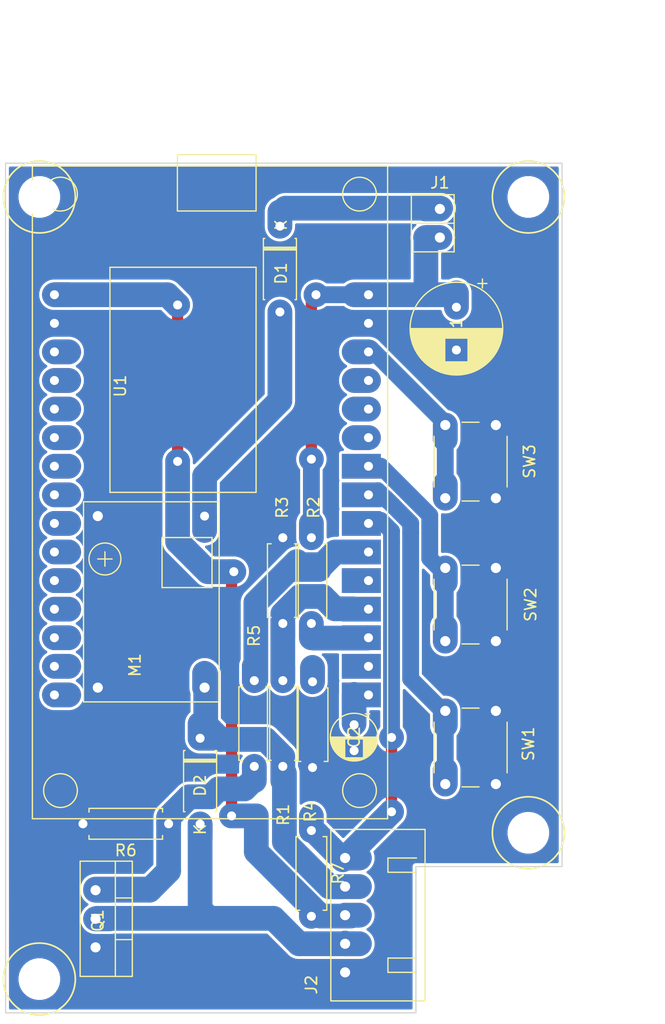
<source format=kicad_pcb>
(kicad_pcb (version 20171130) (host pcbnew "(5.1.6)-1")

  (general
    (thickness 1.6)
    (drawings 8)
    (tracks 129)
    (zones 0)
    (modules 23)
    (nets 35)
  )

  (page A4)
  (layers
    (0 F.Cu signal)
    (31 B.Cu signal)
    (32 B.Adhes user)
    (33 F.Adhes user)
    (34 B.Paste user)
    (35 F.Paste user)
    (36 B.SilkS user)
    (37 F.SilkS user)
    (38 B.Mask user)
    (39 F.Mask user)
    (40 Dwgs.User user)
    (41 Cmts.User user)
    (42 Eco1.User user)
    (43 Eco2.User user)
    (44 Edge.Cuts user)
    (45 Margin user)
    (46 B.CrtYd user)
    (47 F.CrtYd user)
    (48 B.Fab user hide)
    (49 F.Fab user)
  )

  (setup
    (last_trace_width 2.2)
    (user_trace_width 1)
    (user_trace_width 1.5)
    (user_trace_width 2.2)
    (user_trace_width 2.6)
    (trace_clearance 0.2)
    (zone_clearance 0.508)
    (zone_45_only no)
    (trace_min 0.2)
    (via_size 0.8)
    (via_drill 0.4)
    (via_min_size 0.4)
    (via_min_drill 0.3)
    (user_via 2.2 0.8)
    (uvia_size 0.3)
    (uvia_drill 0.1)
    (uvias_allowed no)
    (uvia_min_size 0.2)
    (uvia_min_drill 0.1)
    (edge_width 0.1)
    (segment_width 0.2)
    (pcb_text_width 0.3)
    (pcb_text_size 1.5 1.5)
    (mod_edge_width 0.15)
    (mod_text_size 1 1)
    (mod_text_width 0.15)
    (pad_size 2.2 2.2)
    (pad_drill 0.8)
    (pad_to_mask_clearance 0)
    (aux_axis_origin 55 120)
    (grid_origin 55 120)
    (visible_elements 7FFFFFFF)
    (pcbplotparams
      (layerselection 0x01040_fffffffe)
      (usegerberextensions false)
      (usegerberattributes true)
      (usegerberadvancedattributes true)
      (creategerberjobfile false)
      (excludeedgelayer true)
      (linewidth 0.100000)
      (plotframeref false)
      (viasonmask true)
      (mode 1)
      (useauxorigin true)
      (hpglpennumber 1)
      (hpglpenspeed 20)
      (hpglpendiameter 15.000000)
      (psnegative false)
      (psa4output false)
      (plotreference true)
      (plotvalue true)
      (plotinvisibletext false)
      (padsonsilk false)
      (subtractmaskfromsilk false)
      (outputformat 1)
      (mirror false)
      (drillshape 0)
      (scaleselection 1)
      (outputdirectory "plot/"))
  )

  (net 0 "")
  (net 1 +5V)
  (net 2 GND)
  (net 3 "Net-(C2-Pad1)")
  (net 4 "Net-(D1-Pad1)")
  (net 5 "Net-(D1-Pad2)")
  (net 6 +12V)
  (net 7 S_12V)
  (net 8 S_5V)
  (net 9 RELAY)
  (net 10 BUTTON1)
  (net 11 BUTTON2)
  (net 12 BUTTON3)
  (net 13 "Net-(U1-Pad14)")
  (net 14 "Net-(U1-Pad16)")
  (net 15 SCL)
  (net 16 "Net-(U1-Pad18)")
  (net 17 "Net-(U1-Pad19)")
  (net 18 SDA)
  (net 19 "Net-(U1-Pad21)")
  (net 20 "Net-(U1-Pad22)")
  (net 21 "Net-(U1-Pad23)")
  (net 22 "Net-(U1-Pad24)")
  (net 23 "Net-(U1-Pad25)")
  (net 24 ONE_WIRE)
  (net 25 ONBOARD_LED)
  (net 26 +3V3)
  (net 27 "Net-(U1-Pad6)")
  (net 28 "Net-(U1-Pad28)")
  (net 29 "Net-(U1-Pad4)")
  (net 30 "Net-(U1-Pad5)")
  (net 31 "Net-(U1-Pad26)")
  (net 32 "Net-(U1-Pad11)")
  (net 33 FAN-)
  (net 34 "Net-(Q1-Pad1)")

  (net_class Default "This is the default net class."
    (clearance 0.2)
    (trace_width 0.25)
    (via_dia 0.8)
    (via_drill 0.4)
    (uvia_dia 0.3)
    (uvia_drill 0.1)
    (add_net +12V)
    (add_net +3V3)
    (add_net +5V)
    (add_net BUTTON1)
    (add_net BUTTON2)
    (add_net BUTTON3)
    (add_net FAN-)
    (add_net GND)
    (add_net "Net-(C2-Pad1)")
    (add_net "Net-(D1-Pad1)")
    (add_net "Net-(D1-Pad2)")
    (add_net "Net-(Q1-Pad1)")
    (add_net "Net-(U1-Pad11)")
    (add_net "Net-(U1-Pad14)")
    (add_net "Net-(U1-Pad16)")
    (add_net "Net-(U1-Pad18)")
    (add_net "Net-(U1-Pad19)")
    (add_net "Net-(U1-Pad21)")
    (add_net "Net-(U1-Pad22)")
    (add_net "Net-(U1-Pad23)")
    (add_net "Net-(U1-Pad24)")
    (add_net "Net-(U1-Pad25)")
    (add_net "Net-(U1-Pad26)")
    (add_net "Net-(U1-Pad28)")
    (add_net "Net-(U1-Pad4)")
    (add_net "Net-(U1-Pad5)")
    (add_net "Net-(U1-Pad6)")
    (add_net ONBOARD_LED)
    (add_net ONE_WIRE)
    (add_net RELAY)
    (add_net SCL)
    (add_net SDA)
    (add_net S_12V)
    (add_net S_5V)
  )

  (module 0_my_footprints:myMountingHole_3.2mm_M3 (layer F.Cu) (tedit 669BF647) (tstamp 6715AD98)
    (at 58 47.5 90)
    (descr "Mounting Hole 3.2mm, no annular, M3")
    (tags "mounting hole 3.2mm no annular m3")
    (attr virtual)
    (fp_text reference REF** (at 0 -4.2 90) (layer B.Fab)
      (effects (font (size 1 1) (thickness 0.15)))
    )
    (fp_text value myMountingHole_3.2mm_M3 (at 0 4.2 90) (layer B.Fab)
      (effects (font (size 1 1) (thickness 0.15)))
    )
    (fp_circle (center 0 0) (end 3.2 0) (layer F.SilkS) (width 0.15))
    (pad "" np_thru_hole circle (at 0 0 90) (size 3.2 3.2) (drill 3.2) (layers *.Cu *.Mask))
  )

  (module 0_my_footprints:myMountingHole_3.2mm_M3 (layer F.Cu) (tedit 669BF647) (tstamp 6715AD98)
    (at 101.5 47.5 90)
    (descr "Mounting Hole 3.2mm, no annular, M3")
    (tags "mounting hole 3.2mm no annular m3")
    (attr virtual)
    (fp_text reference REF** (at 0 -4.2 90) (layer B.Fab)
      (effects (font (size 1 1) (thickness 0.15)))
    )
    (fp_text value myMountingHole_3.2mm_M3 (at 0 4.2 90) (layer B.Fab)
      (effects (font (size 1 1) (thickness 0.15)))
    )
    (fp_circle (center 0 0) (end 3.2 0) (layer F.SilkS) (width 0.15))
    (pad "" np_thru_hole circle (at 0 0 90) (size 3.2 3.2) (drill 3.2) (layers *.Cu *.Mask))
  )

  (module 0_my_footprints:myMountingHole_3.2mm_M3 (layer F.Cu) (tedit 669BF647) (tstamp 6715AD98)
    (at 101.5 104 90)
    (descr "Mounting Hole 3.2mm, no annular, M3")
    (tags "mounting hole 3.2mm no annular m3")
    (attr virtual)
    (fp_text reference REF** (at 0 -4.2 90) (layer B.Fab)
      (effects (font (size 1 1) (thickness 0.15)))
    )
    (fp_text value myMountingHole_3.2mm_M3 (at 0 4.2 90) (layer B.Fab)
      (effects (font (size 1 1) (thickness 0.15)))
    )
    (fp_circle (center 0 0) (end 3.2 0) (layer F.SilkS) (width 0.15))
    (pad "" np_thru_hole circle (at 0 0 90) (size 3.2 3.2) (drill 3.2) (layers *.Cu *.Mask))
  )

  (module 0_my_footprints:myMountingHole_3.2mm_M3 (layer F.Cu) (tedit 669BF647) (tstamp 6715AD95)
    (at 58 117 90)
    (descr "Mounting Hole 3.2mm, no annular, M3")
    (tags "mounting hole 3.2mm no annular m3")
    (attr virtual)
    (fp_text reference REF** (at 0 -4.2 90) (layer B.Fab)
      (effects (font (size 1 1) (thickness 0.15)))
    )
    (fp_text value myMountingHole_3.2mm_M3 (at 0 4.2 90) (layer B.Fab)
      (effects (font (size 1 1) (thickness 0.15)))
    )
    (fp_circle (center 0 0) (end 3.2 0) (layer F.SilkS) (width 0.15))
    (pad "" np_thru_hole circle (at 0 0 90) (size 3.2 3.2) (drill 3.2) (layers *.Cu *.Mask))
  )

  (module 0_my_footprints2:CP_my100uf (layer F.Cu) (tedit 669520F6) (tstamp 67151D33)
    (at 95.1 57.3 270)
    (descr "CP, Radial series, Radial, pin pitch=3.80mm, , diameter=8mm, Electrolytic Capacitor")
    (tags "CP Radial series Radial pin pitch 3.80mm  diameter 8mm Electrolytic Capacitor")
    (path /671A6D4E)
    (fp_text reference C1 (at 1.9 0 90) (layer F.SilkS)
      (effects (font (size 1 1) (thickness 0.15)))
    )
    (fp_text value 100uf (at 1.6 -6.1 90) (layer F.Fab)
      (effects (font (size 1 1) (thickness 0.15)))
    )
    (fp_circle (center 1.9 0) (end 5.9 0) (layer F.Fab) (width 0.1))
    (fp_circle (center 1.9 0) (end 6.02 0) (layer F.SilkS) (width 0.12))
    (fp_circle (center 1.9 0) (end 6.15 0) (layer F.CrtYd) (width 0.05))
    (fp_line (start -1.526759 -1.7475) (end -0.726759 -1.7475) (layer F.Fab) (width 0.1))
    (fp_line (start -1.126759 -2.1475) (end -1.126759 -1.3475) (layer F.Fab) (width 0.1))
    (fp_line (start 1.9 -4.08) (end 1.9 4.08) (layer F.SilkS) (width 0.12))
    (fp_line (start 1.94 -4.08) (end 1.94 4.08) (layer F.SilkS) (width 0.12))
    (fp_line (start 1.98 -4.08) (end 1.98 4.08) (layer F.SilkS) (width 0.12))
    (fp_line (start 2.02 -4.079) (end 2.02 4.079) (layer F.SilkS) (width 0.12))
    (fp_line (start 2.06 -4.077) (end 2.06 4.077) (layer F.SilkS) (width 0.12))
    (fp_line (start 2.1 -4.076) (end 2.1 4.076) (layer F.SilkS) (width 0.12))
    (fp_line (start 2.14 -4.074) (end 2.14 4.074) (layer F.SilkS) (width 0.12))
    (fp_line (start 2.18 -4.071) (end 2.18 4.071) (layer F.SilkS) (width 0.12))
    (fp_line (start 2.22 -4.068) (end 2.22 4.068) (layer F.SilkS) (width 0.12))
    (fp_line (start 2.26 -4.065) (end 2.26 4.065) (layer F.SilkS) (width 0.12))
    (fp_line (start 2.3 -4.061) (end 2.3 4.061) (layer F.SilkS) (width 0.12))
    (fp_line (start 2.34 -4.057) (end 2.34 4.057) (layer F.SilkS) (width 0.12))
    (fp_line (start 2.38 -4.052) (end 2.38 4.052) (layer F.SilkS) (width 0.12))
    (fp_line (start 2.42 -4.048) (end 2.42 4.048) (layer F.SilkS) (width 0.12))
    (fp_line (start 2.46 -4.042) (end 2.46 4.042) (layer F.SilkS) (width 0.12))
    (fp_line (start 2.5 -4.037) (end 2.5 4.037) (layer F.SilkS) (width 0.12))
    (fp_line (start 2.54 -4.03) (end 2.54 4.03) (layer F.SilkS) (width 0.12))
    (fp_line (start 2.58 -4.024) (end 2.58 4.024) (layer F.SilkS) (width 0.12))
    (fp_line (start 2.621 -4.017) (end 2.621 4.017) (layer F.SilkS) (width 0.12))
    (fp_line (start 2.661 -4.01) (end 2.661 4.01) (layer F.SilkS) (width 0.12))
    (fp_line (start 2.701 -4.002) (end 2.701 4.002) (layer F.SilkS) (width 0.12))
    (fp_line (start 2.741 -3.994) (end 2.741 3.994) (layer F.SilkS) (width 0.12))
    (fp_line (start 2.781 -3.985) (end 2.781 -1.04) (layer F.SilkS) (width 0.12))
    (fp_line (start 2.781 1.04) (end 2.781 3.985) (layer F.SilkS) (width 0.12))
    (fp_line (start 2.821 -3.976) (end 2.821 -1.04) (layer F.SilkS) (width 0.12))
    (fp_line (start 2.821 1.04) (end 2.821 3.976) (layer F.SilkS) (width 0.12))
    (fp_line (start 2.861 -3.967) (end 2.861 -1.04) (layer F.SilkS) (width 0.12))
    (fp_line (start 2.861 1.04) (end 2.861 3.967) (layer F.SilkS) (width 0.12))
    (fp_line (start 2.901 -3.957) (end 2.901 -1.04) (layer F.SilkS) (width 0.12))
    (fp_line (start 2.901 1.04) (end 2.901 3.957) (layer F.SilkS) (width 0.12))
    (fp_line (start 2.941 -3.947) (end 2.941 -1.04) (layer F.SilkS) (width 0.12))
    (fp_line (start 2.941 1.04) (end 2.941 3.947) (layer F.SilkS) (width 0.12))
    (fp_line (start 2.981 -3.936) (end 2.981 -1.04) (layer F.SilkS) (width 0.12))
    (fp_line (start 2.981 1.04) (end 2.981 3.936) (layer F.SilkS) (width 0.12))
    (fp_line (start 3.021 -3.925) (end 3.021 -1.04) (layer F.SilkS) (width 0.12))
    (fp_line (start 3.021 1.04) (end 3.021 3.925) (layer F.SilkS) (width 0.12))
    (fp_line (start 3.061 -3.914) (end 3.061 -1.04) (layer F.SilkS) (width 0.12))
    (fp_line (start 3.061 1.04) (end 3.061 3.914) (layer F.SilkS) (width 0.12))
    (fp_line (start 3.101 -3.902) (end 3.101 -1.04) (layer F.SilkS) (width 0.12))
    (fp_line (start 3.101 1.04) (end 3.101 3.902) (layer F.SilkS) (width 0.12))
    (fp_line (start 3.141 -3.889) (end 3.141 -1.04) (layer F.SilkS) (width 0.12))
    (fp_line (start 3.141 1.04) (end 3.141 3.889) (layer F.SilkS) (width 0.12))
    (fp_line (start 3.181 -3.877) (end 3.181 -1.04) (layer F.SilkS) (width 0.12))
    (fp_line (start 3.181 1.04) (end 3.181 3.877) (layer F.SilkS) (width 0.12))
    (fp_line (start 3.221 -3.863) (end 3.221 -1.04) (layer F.SilkS) (width 0.12))
    (fp_line (start 3.221 1.04) (end 3.221 3.863) (layer F.SilkS) (width 0.12))
    (fp_line (start 3.261 -3.85) (end 3.261 -1.04) (layer F.SilkS) (width 0.12))
    (fp_line (start 3.261 1.04) (end 3.261 3.85) (layer F.SilkS) (width 0.12))
    (fp_line (start 3.301 -3.835) (end 3.301 -1.04) (layer F.SilkS) (width 0.12))
    (fp_line (start 3.301 1.04) (end 3.301 3.835) (layer F.SilkS) (width 0.12))
    (fp_line (start 3.341 -3.821) (end 3.341 -1.04) (layer F.SilkS) (width 0.12))
    (fp_line (start 3.341 1.04) (end 3.341 3.821) (layer F.SilkS) (width 0.12))
    (fp_line (start 3.381 -3.805) (end 3.381 -1.04) (layer F.SilkS) (width 0.12))
    (fp_line (start 3.381 1.04) (end 3.381 3.805) (layer F.SilkS) (width 0.12))
    (fp_line (start 3.421 -3.79) (end 3.421 -1.04) (layer F.SilkS) (width 0.12))
    (fp_line (start 3.421 1.04) (end 3.421 3.79) (layer F.SilkS) (width 0.12))
    (fp_line (start 3.461 -3.774) (end 3.461 -1.04) (layer F.SilkS) (width 0.12))
    (fp_line (start 3.461 1.04) (end 3.461 3.774) (layer F.SilkS) (width 0.12))
    (fp_line (start 3.501 -3.757) (end 3.501 -1.04) (layer F.SilkS) (width 0.12))
    (fp_line (start 3.501 1.04) (end 3.501 3.757) (layer F.SilkS) (width 0.12))
    (fp_line (start 3.541 -3.74) (end 3.541 -1.04) (layer F.SilkS) (width 0.12))
    (fp_line (start 3.541 1.04) (end 3.541 3.74) (layer F.SilkS) (width 0.12))
    (fp_line (start 3.581 -3.722) (end 3.581 -1.04) (layer F.SilkS) (width 0.12))
    (fp_line (start 3.581 1.04) (end 3.581 3.722) (layer F.SilkS) (width 0.12))
    (fp_line (start 3.621 -3.704) (end 3.621 -1.04) (layer F.SilkS) (width 0.12))
    (fp_line (start 3.621 1.04) (end 3.621 3.704) (layer F.SilkS) (width 0.12))
    (fp_line (start 3.661 -3.686) (end 3.661 -1.04) (layer F.SilkS) (width 0.12))
    (fp_line (start 3.661 1.04) (end 3.661 3.686) (layer F.SilkS) (width 0.12))
    (fp_line (start 3.701 -3.666) (end 3.701 -1.04) (layer F.SilkS) (width 0.12))
    (fp_line (start 3.701 1.04) (end 3.701 3.666) (layer F.SilkS) (width 0.12))
    (fp_line (start 3.741 -3.647) (end 3.741 -1.04) (layer F.SilkS) (width 0.12))
    (fp_line (start 3.741 1.04) (end 3.741 3.647) (layer F.SilkS) (width 0.12))
    (fp_line (start 3.781 -3.627) (end 3.781 -1.04) (layer F.SilkS) (width 0.12))
    (fp_line (start 3.781 1.04) (end 3.781 3.627) (layer F.SilkS) (width 0.12))
    (fp_line (start 3.821 -3.606) (end 3.821 -1.04) (layer F.SilkS) (width 0.12))
    (fp_line (start 3.821 1.04) (end 3.821 3.606) (layer F.SilkS) (width 0.12))
    (fp_line (start 3.861 -3.584) (end 3.861 -1.04) (layer F.SilkS) (width 0.12))
    (fp_line (start 3.861 1.04) (end 3.861 3.584) (layer F.SilkS) (width 0.12))
    (fp_line (start 3.901 -3.562) (end 3.901 -1.04) (layer F.SilkS) (width 0.12))
    (fp_line (start 3.901 1.04) (end 3.901 3.562) (layer F.SilkS) (width 0.12))
    (fp_line (start 3.941 -3.54) (end 3.941 -1.04) (layer F.SilkS) (width 0.12))
    (fp_line (start 3.941 1.04) (end 3.941 3.54) (layer F.SilkS) (width 0.12))
    (fp_line (start 3.981 -3.517) (end 3.981 -1.04) (layer F.SilkS) (width 0.12))
    (fp_line (start 3.981 1.04) (end 3.981 3.517) (layer F.SilkS) (width 0.12))
    (fp_line (start 4.021 -3.493) (end 4.021 -1.04) (layer F.SilkS) (width 0.12))
    (fp_line (start 4.021 1.04) (end 4.021 3.493) (layer F.SilkS) (width 0.12))
    (fp_line (start 4.061 -3.469) (end 4.061 -1.04) (layer F.SilkS) (width 0.12))
    (fp_line (start 4.061 1.04) (end 4.061 3.469) (layer F.SilkS) (width 0.12))
    (fp_line (start 4.101 -3.444) (end 4.101 -1.04) (layer F.SilkS) (width 0.12))
    (fp_line (start 4.101 1.04) (end 4.101 3.444) (layer F.SilkS) (width 0.12))
    (fp_line (start 4.141 -3.418) (end 4.141 -1.04) (layer F.SilkS) (width 0.12))
    (fp_line (start 4.141 1.04) (end 4.141 3.418) (layer F.SilkS) (width 0.12))
    (fp_line (start 4.181 -3.392) (end 4.181 -1.04) (layer F.SilkS) (width 0.12))
    (fp_line (start 4.181 1.04) (end 4.181 3.392) (layer F.SilkS) (width 0.12))
    (fp_line (start 4.221 -3.365) (end 4.221 -1.04) (layer F.SilkS) (width 0.12))
    (fp_line (start 4.221 1.04) (end 4.221 3.365) (layer F.SilkS) (width 0.12))
    (fp_line (start 4.261 -3.338) (end 4.261 -1.04) (layer F.SilkS) (width 0.12))
    (fp_line (start 4.261 1.04) (end 4.261 3.338) (layer F.SilkS) (width 0.12))
    (fp_line (start 4.301 -3.309) (end 4.301 -1.04) (layer F.SilkS) (width 0.12))
    (fp_line (start 4.301 1.04) (end 4.301 3.309) (layer F.SilkS) (width 0.12))
    (fp_line (start 4.341 -3.28) (end 4.341 -1.04) (layer F.SilkS) (width 0.12))
    (fp_line (start 4.341 1.04) (end 4.341 3.28) (layer F.SilkS) (width 0.12))
    (fp_line (start 4.381 -3.25) (end 4.381 -1.04) (layer F.SilkS) (width 0.12))
    (fp_line (start 4.381 1.04) (end 4.381 3.25) (layer F.SilkS) (width 0.12))
    (fp_line (start 4.421 -3.22) (end 4.421 -1.04) (layer F.SilkS) (width 0.12))
    (fp_line (start 4.421 1.04) (end 4.421 3.22) (layer F.SilkS) (width 0.12))
    (fp_line (start 4.461 -3.189) (end 4.461 -1.04) (layer F.SilkS) (width 0.12))
    (fp_line (start 4.461 1.04) (end 4.461 3.189) (layer F.SilkS) (width 0.12))
    (fp_line (start 4.501 -3.156) (end 4.501 -1.04) (layer F.SilkS) (width 0.12))
    (fp_line (start 4.501 1.04) (end 4.501 3.156) (layer F.SilkS) (width 0.12))
    (fp_line (start 4.541 -3.124) (end 4.541 -1.04) (layer F.SilkS) (width 0.12))
    (fp_line (start 4.541 1.04) (end 4.541 3.124) (layer F.SilkS) (width 0.12))
    (fp_line (start 4.581 -3.09) (end 4.581 -1.04) (layer F.SilkS) (width 0.12))
    (fp_line (start 4.581 1.04) (end 4.581 3.09) (layer F.SilkS) (width 0.12))
    (fp_line (start 4.621 -3.055) (end 4.621 -1.04) (layer F.SilkS) (width 0.12))
    (fp_line (start 4.621 1.04) (end 4.621 3.055) (layer F.SilkS) (width 0.12))
    (fp_line (start 4.661 -3.019) (end 4.661 -1.04) (layer F.SilkS) (width 0.12))
    (fp_line (start 4.661 1.04) (end 4.661 3.019) (layer F.SilkS) (width 0.12))
    (fp_line (start 4.701 -2.983) (end 4.701 -1.04) (layer F.SilkS) (width 0.12))
    (fp_line (start 4.701 1.04) (end 4.701 2.983) (layer F.SilkS) (width 0.12))
    (fp_line (start 4.741 -2.945) (end 4.741 -1.04) (layer F.SilkS) (width 0.12))
    (fp_line (start 4.741 1.04) (end 4.741 2.945) (layer F.SilkS) (width 0.12))
    (fp_line (start 4.781 -2.907) (end 4.781 -1.04) (layer F.SilkS) (width 0.12))
    (fp_line (start 4.781 1.04) (end 4.781 2.907) (layer F.SilkS) (width 0.12))
    (fp_line (start 4.821 -2.867) (end 4.821 -1.04) (layer F.SilkS) (width 0.12))
    (fp_line (start 4.821 1.04) (end 4.821 2.867) (layer F.SilkS) (width 0.12))
    (fp_line (start 4.861 -2.826) (end 4.861 2.826) (layer F.SilkS) (width 0.12))
    (fp_line (start 4.901 -2.784) (end 4.901 2.784) (layer F.SilkS) (width 0.12))
    (fp_line (start 4.941 -2.741) (end 4.941 2.741) (layer F.SilkS) (width 0.12))
    (fp_line (start 4.981 -2.697) (end 4.981 2.697) (layer F.SilkS) (width 0.12))
    (fp_line (start 5.021 -2.651) (end 5.021 2.651) (layer F.SilkS) (width 0.12))
    (fp_line (start 5.061 -2.604) (end 5.061 2.604) (layer F.SilkS) (width 0.12))
    (fp_line (start 5.101 -2.556) (end 5.101 2.556) (layer F.SilkS) (width 0.12))
    (fp_line (start 5.141 -2.505) (end 5.141 2.505) (layer F.SilkS) (width 0.12))
    (fp_line (start 5.181 -2.454) (end 5.181 2.454) (layer F.SilkS) (width 0.12))
    (fp_line (start 5.221 -2.4) (end 5.221 2.4) (layer F.SilkS) (width 0.12))
    (fp_line (start 5.261 -2.345) (end 5.261 2.345) (layer F.SilkS) (width 0.12))
    (fp_line (start 5.301 -2.287) (end 5.301 2.287) (layer F.SilkS) (width 0.12))
    (fp_line (start 5.341 -2.228) (end 5.341 2.228) (layer F.SilkS) (width 0.12))
    (fp_line (start 5.381 -2.166) (end 5.381 2.166) (layer F.SilkS) (width 0.12))
    (fp_line (start 5.421 -2.102) (end 5.421 2.102) (layer F.SilkS) (width 0.12))
    (fp_line (start 5.461 -2.034) (end 5.461 2.034) (layer F.SilkS) (width 0.12))
    (fp_line (start 5.501 -1.964) (end 5.501 1.964) (layer F.SilkS) (width 0.12))
    (fp_line (start 5.541 -1.89) (end 5.541 1.89) (layer F.SilkS) (width 0.12))
    (fp_line (start 5.581 -1.813) (end 5.581 1.813) (layer F.SilkS) (width 0.12))
    (fp_line (start 5.621 -1.731) (end 5.621 1.731) (layer F.SilkS) (width 0.12))
    (fp_line (start 5.661 -1.645) (end 5.661 1.645) (layer F.SilkS) (width 0.12))
    (fp_line (start 5.701 -1.552) (end 5.701 1.552) (layer F.SilkS) (width 0.12))
    (fp_line (start 5.741 -1.453) (end 5.741 1.453) (layer F.SilkS) (width 0.12))
    (fp_line (start 5.781 -1.346) (end 5.781 1.346) (layer F.SilkS) (width 0.12))
    (fp_line (start 5.821 -1.229) (end 5.821 1.229) (layer F.SilkS) (width 0.12))
    (fp_line (start 5.861 -1.098) (end 5.861 1.098) (layer F.SilkS) (width 0.12))
    (fp_line (start 5.901 -0.948) (end 5.901 0.948) (layer F.SilkS) (width 0.12))
    (fp_line (start 5.941 -0.768) (end 5.941 0.768) (layer F.SilkS) (width 0.12))
    (fp_line (start 5.981 -0.533) (end 5.981 0.533) (layer F.SilkS) (width 0.12))
    (fp_line (start -2.509698 -2.315) (end -1.709698 -2.315) (layer F.SilkS) (width 0.12))
    (fp_line (start -2.109698 -2.715) (end -2.109698 -1.915) (layer F.SilkS) (width 0.12))
    (fp_text user %R (at 1.9 0 90) (layer F.Fab)
      (effects (font (size 1 1) (thickness 0.15)))
    )
    (pad 1 thru_hole oval (at 0 0 270) (size 3.47 2.2) (drill 0.8 (offset -0.635 0)) (layers *.Cu *.Mask)
      (net 1 +5V))
    (pad 2 thru_hole oval (at 3.8 0 270) (size 3.47 2.2) (drill 0.8 (offset 0.535 0)) (layers *.Cu *.Mask)
      (net 2 GND))
    (model ${KISYS3DMOD}/Capacitor_THT.3dshapes/CP_Radial_D8.0mm_P3.80mm.wrl
      (at (xyz 0 0 0))
      (scale (xyz 1 1 1))
      (rotate (xyz 0 0 0))
    )
  )

  (module 0_my_footprints:myDiodeSchotsky (layer F.Cu) (tedit 671532C2) (tstamp 67151DBE)
    (at 79.4 50.1 270)
    (descr "Diode, DO-41_SOD81 series, Axial, Horizontal, pin pitch=7.62mm, , length*diameter=5.2*2.7mm^2, , http://www.diodes.com/_files/packages/DO-41%20(Plastic).pdf")
    (tags "Diode DO-41_SOD81 series Axial Horizontal pin pitch 7.62mm  length 5.2mm diameter 2.7mm")
    (path /67022BE0)
    (fp_text reference D1 (at 4.2 -0.1 90) (layer F.SilkS)
      (effects (font (size 1 1) (thickness 0.15)))
    )
    (fp_text value 1N4003 (at 4 -3.4 90) (layer F.Fab)
      (effects (font (size 1 1) (thickness 0.15)))
    )
    (fp_line (start 1.21 -1.35) (end 1.21 1.35) (layer F.Fab) (width 0.1))
    (fp_line (start 1.21 1.35) (end 6.41 1.35) (layer F.Fab) (width 0.1))
    (fp_line (start 6.41 1.35) (end 6.41 -1.35) (layer F.Fab) (width 0.1))
    (fp_line (start 6.41 -1.35) (end 1.21 -1.35) (layer F.Fab) (width 0.1))
    (fp_line (start 0 0) (end 1.21 0) (layer F.Fab) (width 0.1))
    (fp_line (start 7.62 0) (end 6.41 0) (layer F.Fab) (width 0.1))
    (fp_line (start 1.99 -1.35) (end 1.99 1.35) (layer F.Fab) (width 0.1))
    (fp_line (start 2.09 -1.35) (end 2.09 1.35) (layer F.Fab) (width 0.1))
    (fp_line (start 1.89 -1.35) (end 1.89 1.35) (layer F.Fab) (width 0.1))
    (fp_line (start 1.09 -1.34) (end 1.09 -1.47) (layer F.SilkS) (width 0.12))
    (fp_line (start 1.09 -1.47) (end 6.53 -1.47) (layer F.SilkS) (width 0.12))
    (fp_line (start 6.53 -1.47) (end 6.53 -1.34) (layer F.SilkS) (width 0.12))
    (fp_line (start 1.09 1.34) (end 1.09 1.47) (layer F.SilkS) (width 0.12))
    (fp_line (start 1.09 1.47) (end 6.53 1.47) (layer F.SilkS) (width 0.12))
    (fp_line (start 6.53 1.47) (end 6.53 1.34) (layer F.SilkS) (width 0.12))
    (fp_line (start 1.99 -1.47) (end 1.99 1.47) (layer F.SilkS) (width 0.12))
    (fp_line (start 2.11 -1.47) (end 2.11 1.47) (layer F.SilkS) (width 0.12))
    (fp_line (start 1.87 -1.47) (end 1.87 1.47) (layer F.SilkS) (width 0.12))
    (fp_line (start -1.35 -1.6) (end -1.35 1.6) (layer F.CrtYd) (width 0.05))
    (fp_line (start -1.35 1.6) (end 8.97 1.6) (layer F.CrtYd) (width 0.05))
    (fp_line (start 8.97 1.6) (end 8.97 -1.6) (layer F.CrtYd) (width 0.05))
    (fp_line (start 8.97 -1.6) (end -1.35 -1.6) (layer F.CrtYd) (width 0.05))
    (fp_text user %R (at 4.2 0 90) (layer F.Fab)
      (effects (font (size 1 1) (thickness 0.15)))
    )
    (fp_text user K (at -0.1 -0.1 90) (layer F.Fab)
      (effects (font (size 1 1) (thickness 0.15)))
    )
    (fp_text user K (at -0.1 -0.1 90) (layer F.SilkS)
      (effects (font (size 1 1) (thickness 0.15)))
    )
    (pad 1 thru_hole oval (at 0 0 270) (size 3.47 2.2) (drill 0.8 (offset -0.635 0)) (layers *.Cu *.Mask)
      (net 4 "Net-(D1-Pad1)"))
    (pad 2 thru_hole oval (at 7.62 0 270) (size 3.47 2.2) (drill 0.8 (offset 0.635 0)) (layers *.Cu *.Mask)
      (net 5 "Net-(D1-Pad2)"))
    (model ${KISYS3DMOD}/Diode_THT.3dshapes/D_DO-41_SOD81_P7.62mm_Horizontal.wrl
      (at (xyz 0 0 0))
      (scale (xyz 1 1 1))
      (rotate (xyz 0 0 0))
    )
  )

  (module 0_my_footprints2:pinHeader1x2 (layer F.Cu) (tedit 66364B91) (tstamp 67151DE8)
    (at 93.63 48.57)
    (descr "pinHeader with bigger pads")
    (path /66D2CE52)
    (fp_text reference J1 (at 0 -2.33) (layer F.SilkS)
      (effects (font (size 1 1) (thickness 0.15)))
    )
    (fp_text value 5V_JUMP (at 2.77 0.93 -90) (layer F.Fab)
      (effects (font (size 1 1) (thickness 0.15)))
    )
    (fp_line (start -2.54 -1.27) (end -2.54 3.81) (layer F.SilkS) (width 0.12))
    (fp_line (start -2.54 3.81) (end 1.27 3.81) (layer F.SilkS) (width 0.12))
    (fp_line (start 1.27 3.81) (end 1.27 -1.27) (layer F.SilkS) (width 0.12))
    (fp_line (start 1.27 -1.27) (end -2.54 -1.27) (layer F.SilkS) (width 0.12))
    (fp_line (start -2.54 1.27) (end 1.27 1.27) (layer F.SilkS) (width 0.12))
    (pad 1 thru_hole oval (at 0 0) (size 3.47 2.2) (drill 0.9 (offset -0.635 0)) (layers *.Cu *.Mask)
      (net 4 "Net-(D1-Pad1)"))
    (pad 2 thru_hole oval (at 0 2.54) (size 3.47 2.2) (drill 0.9 (offset -0.635 0)) (layers *.Cu *.Mask)
      (net 1 +5V))
    (model ${KISYS3DMOD}/Connector_PinHeader_2.54mm.3dshapes/PinHeader_1x02_P2.54mm_Vertical.wrl
      (at (xyz 0 0 0))
      (scale (xyz 1 1 1))
      (rotate (xyz 0 0 0))
    )
  )

  (module 0_my_footprints2:resistor (layer F.Cu) (tedit 663A806F) (tstamp 67151EAE)
    (at 79.66 90.48 270)
    (descr "resistor with bigger pads")
    (path /66C796DC)
    (fp_text reference R1 (at 11.92 -0.04 90) (layer F.SilkS)
      (effects (font (size 1 1) (thickness 0.15)))
    )
    (fp_text value 10K (at 4.12 0.06 90) (layer F.Fab)
      (effects (font (size 1 1) (thickness 0.15)))
    )
    (fp_line (start 8.67 -1.5) (end -1.05 -1.5) (layer F.CrtYd) (width 0.05))
    (fp_line (start 8.67 1.5) (end 8.67 -1.5) (layer F.CrtYd) (width 0.05))
    (fp_line (start -1.05 1.5) (end 8.67 1.5) (layer F.CrtYd) (width 0.05))
    (fp_line (start -1.05 -1.5) (end -1.05 1.5) (layer F.CrtYd) (width 0.05))
    (fp_line (start 7.08 1.37) (end 7.08 1.04) (layer F.SilkS) (width 0.12))
    (fp_line (start 0.54 1.37) (end 7.08 1.37) (layer F.SilkS) (width 0.12))
    (fp_line (start 0.54 1.04) (end 0.54 1.37) (layer F.SilkS) (width 0.12))
    (fp_line (start 7.08 -1.37) (end 7.08 -1.04) (layer F.SilkS) (width 0.12))
    (fp_line (start 0.54 -1.37) (end 7.08 -1.37) (layer F.SilkS) (width 0.12))
    (fp_line (start 0.54 -1.04) (end 0.54 -1.37) (layer F.SilkS) (width 0.12))
    (fp_line (start 7.62 0) (end 6.96 0) (layer F.Fab) (width 0.1))
    (fp_line (start 0 0) (end 0.66 0) (layer F.Fab) (width 0.1))
    (fp_line (start 6.96 -1.25) (end 0.66 -1.25) (layer F.Fab) (width 0.1))
    (fp_line (start 6.96 1.25) (end 6.96 -1.25) (layer F.Fab) (width 0.1))
    (fp_line (start 0.66 1.25) (end 6.96 1.25) (layer F.Fab) (width 0.1))
    (fp_line (start 0.66 -1.25) (end 0.66 1.25) (layer F.Fab) (width 0.1))
    (fp_text user %R (at 11.92 -0.04 90) (layer F.Fab)
      (effects (font (size 1 1) (thickness 0.15)))
    )
    (pad 1 thru_hole oval (at 0 0 270) (size 3.47 2.2) (drill 0.8 (offset -0.635 0)) (layers *.Cu *.Mask)
      (net 7 S_12V))
    (pad 2 thru_hole oval (at 7.62 0 270) (size 3.47 2.2) (drill 0.8 (offset 0.635 0)) (layers *.Cu *.Mask)
      (net 6 +12V))
    (model ${KISYS3DMOD}/Resistor_THT.3dshapes/R_Axial_DIN0207_L6.3mm_D2.5mm_P7.62mm_Horizontal.wrl
      (at (xyz 0 0 0))
      (scale (xyz 1 1 1))
      (rotate (xyz 0 0 0))
    )
  )

  (module 0_my_footprints2:resistor (layer F.Cu) (tedit 663A806F) (tstamp 67151EC5)
    (at 82.2 85.4 90)
    (descr "resistor with bigger pads")
    (path /66E44274)
    (fp_text reference R2 (at 10.3 0.2 90) (layer F.SilkS)
      (effects (font (size 1 1) (thickness 0.15)))
    )
    (fp_text value 10K (at 3.8 0.1 90) (layer F.Fab)
      (effects (font (size 1 1) (thickness 0.15)))
    )
    (fp_line (start 8.67 -1.5) (end -1.05 -1.5) (layer F.CrtYd) (width 0.05))
    (fp_line (start 8.67 1.5) (end 8.67 -1.5) (layer F.CrtYd) (width 0.05))
    (fp_line (start -1.05 1.5) (end 8.67 1.5) (layer F.CrtYd) (width 0.05))
    (fp_line (start -1.05 -1.5) (end -1.05 1.5) (layer F.CrtYd) (width 0.05))
    (fp_line (start 7.08 1.37) (end 7.08 1.04) (layer F.SilkS) (width 0.12))
    (fp_line (start 0.54 1.37) (end 7.08 1.37) (layer F.SilkS) (width 0.12))
    (fp_line (start 0.54 1.04) (end 0.54 1.37) (layer F.SilkS) (width 0.12))
    (fp_line (start 7.08 -1.37) (end 7.08 -1.04) (layer F.SilkS) (width 0.12))
    (fp_line (start 0.54 -1.37) (end 7.08 -1.37) (layer F.SilkS) (width 0.12))
    (fp_line (start 0.54 -1.04) (end 0.54 -1.37) (layer F.SilkS) (width 0.12))
    (fp_line (start 7.62 0) (end 6.96 0) (layer F.Fab) (width 0.1))
    (fp_line (start 0 0) (end 0.66 0) (layer F.Fab) (width 0.1))
    (fp_line (start 6.96 -1.25) (end 0.66 -1.25) (layer F.Fab) (width 0.1))
    (fp_line (start 6.96 1.25) (end 6.96 -1.25) (layer F.Fab) (width 0.1))
    (fp_line (start 0.66 1.25) (end 6.96 1.25) (layer F.Fab) (width 0.1))
    (fp_line (start 0.66 -1.25) (end 0.66 1.25) (layer F.Fab) (width 0.1))
    (fp_text user %R (at 10.3 0.2 90) (layer F.Fab)
      (effects (font (size 1 1) (thickness 0.15)))
    )
    (pad 1 thru_hole oval (at 0 0 90) (size 3.47 2.2) (drill 0.8 (offset -0.635 0)) (layers *.Cu *.Mask)
      (net 8 S_5V))
    (pad 2 thru_hole oval (at 7.62 0 90) (size 3.47 2.2) (drill 0.8 (offset 0.635 0)) (layers *.Cu *.Mask)
      (net 1 +5V))
    (model ${KISYS3DMOD}/Resistor_THT.3dshapes/R_Axial_DIN0207_L6.3mm_D2.5mm_P7.62mm_Horizontal.wrl
      (at (xyz 0 0 0))
      (scale (xyz 1 1 1))
      (rotate (xyz 0 0 0))
    )
  )

  (module 0_my_footprints2:resistor (layer F.Cu) (tedit 6716647F) (tstamp 67151EDC)
    (at 79.66 77.78 270)
    (descr "resistor with bigger pads")
    (path /66C7A184)
    (fp_text reference R3 (at -2.68 0.06 90) (layer F.SilkS)
      (effects (font (size 1 1) (thickness 0.15)))
    )
    (fp_text value 2K (at 4.12 0.16 90) (layer F.Fab)
      (effects (font (size 1 1) (thickness 0.15)))
    )
    (fp_line (start 8.67 -1.5) (end -1.05 -1.5) (layer F.CrtYd) (width 0.05))
    (fp_line (start 8.67 1.5) (end 8.67 -1.5) (layer F.CrtYd) (width 0.05))
    (fp_line (start -1.05 1.5) (end 8.67 1.5) (layer F.CrtYd) (width 0.05))
    (fp_line (start -1.05 -1.5) (end -1.05 1.5) (layer F.CrtYd) (width 0.05))
    (fp_line (start 7.08 1.37) (end 7.08 1.04) (layer F.SilkS) (width 0.12))
    (fp_line (start 0.54 1.37) (end 7.08 1.37) (layer F.SilkS) (width 0.12))
    (fp_line (start 0.54 1.04) (end 0.54 1.37) (layer F.SilkS) (width 0.12))
    (fp_line (start 7.08 -1.37) (end 7.08 -1.04) (layer F.SilkS) (width 0.12))
    (fp_line (start 0.54 -1.37) (end 7.08 -1.37) (layer F.SilkS) (width 0.12))
    (fp_line (start 0.54 -1.04) (end 0.54 -1.37) (layer F.SilkS) (width 0.12))
    (fp_line (start 7.62 0) (end 6.96 0) (layer F.Fab) (width 0.1))
    (fp_line (start 0 0) (end 0.66 0) (layer F.Fab) (width 0.1))
    (fp_line (start 6.96 -1.25) (end 0.66 -1.25) (layer F.Fab) (width 0.1))
    (fp_line (start 6.96 1.25) (end 6.96 -1.25) (layer F.Fab) (width 0.1))
    (fp_line (start 0.66 1.25) (end 6.96 1.25) (layer F.Fab) (width 0.1))
    (fp_line (start 0.66 -1.25) (end 0.66 1.25) (layer F.Fab) (width 0.1))
    (fp_text user %R (at -2.68 0.06 90) (layer F.Fab)
      (effects (font (size 1 1) (thickness 0.15)))
    )
    (pad 1 thru_hole oval (at 0 0 270) (size 3.47 2.2) (drill 0.8 (offset -0.635 0)) (layers *.Cu *.Mask)
      (net 2 GND))
    (pad 2 thru_hole oval (at 7.62 0 270) (size 3.47 2.2) (drill 0.8 (offset 0.635 0)) (layers *.Cu *.Mask)
      (net 7 S_12V))
    (model ${KISYS3DMOD}/Resistor_THT.3dshapes/R_Axial_DIN0207_L6.3mm_D2.5mm_P7.62mm_Horizontal.wrl
      (at (xyz 0 0 0))
      (scale (xyz 1 1 1))
      (rotate (xyz 0 0 0))
    )
  )

  (module 0_my_footprints2:resistor (layer F.Cu) (tedit 663A806F) (tstamp 67151EF3)
    (at 82.3 98.2 90)
    (descr "resistor with bigger pads")
    (path /66E4426E)
    (fp_text reference R4 (at -3.89 -0.2 90) (layer F.SilkS)
      (effects (font (size 1 1) (thickness 0.15)))
    )
    (fp_text value 4.7K (at 3.81 0.1 90) (layer F.Fab)
      (effects (font (size 1 1) (thickness 0.15)))
    )
    (fp_line (start 0.66 -1.25) (end 0.66 1.25) (layer F.Fab) (width 0.1))
    (fp_line (start 0.66 1.25) (end 6.96 1.25) (layer F.Fab) (width 0.1))
    (fp_line (start 6.96 1.25) (end 6.96 -1.25) (layer F.Fab) (width 0.1))
    (fp_line (start 6.96 -1.25) (end 0.66 -1.25) (layer F.Fab) (width 0.1))
    (fp_line (start 0 0) (end 0.66 0) (layer F.Fab) (width 0.1))
    (fp_line (start 7.62 0) (end 6.96 0) (layer F.Fab) (width 0.1))
    (fp_line (start 0.54 -1.04) (end 0.54 -1.37) (layer F.SilkS) (width 0.12))
    (fp_line (start 0.54 -1.37) (end 7.08 -1.37) (layer F.SilkS) (width 0.12))
    (fp_line (start 7.08 -1.37) (end 7.08 -1.04) (layer F.SilkS) (width 0.12))
    (fp_line (start 0.54 1.04) (end 0.54 1.37) (layer F.SilkS) (width 0.12))
    (fp_line (start 0.54 1.37) (end 7.08 1.37) (layer F.SilkS) (width 0.12))
    (fp_line (start 7.08 1.37) (end 7.08 1.04) (layer F.SilkS) (width 0.12))
    (fp_line (start -1.05 -1.5) (end -1.05 1.5) (layer F.CrtYd) (width 0.05))
    (fp_line (start -1.05 1.5) (end 8.67 1.5) (layer F.CrtYd) (width 0.05))
    (fp_line (start 8.67 1.5) (end 8.67 -1.5) (layer F.CrtYd) (width 0.05))
    (fp_line (start 8.67 -1.5) (end -1.05 -1.5) (layer F.CrtYd) (width 0.05))
    (fp_text user %R (at -3.89 -0.2 90) (layer F.Fab)
      (effects (font (size 1 1) (thickness 0.15)))
    )
    (pad 2 thru_hole oval (at 7.62 0 90) (size 3.47 2.2) (drill 0.8 (offset 0.635 0)) (layers *.Cu *.Mask)
      (net 8 S_5V))
    (pad 1 thru_hole oval (at 0 0 90) (size 3.47 2.2) (drill 0.8 (offset -0.635 0)) (layers *.Cu *.Mask)
      (net 2 GND))
    (model ${KISYS3DMOD}/Resistor_THT.3dshapes/R_Axial_DIN0207_L6.3mm_D2.5mm_P7.62mm_Horizontal.wrl
      (at (xyz 0 0 0))
      (scale (xyz 1 1 1))
      (rotate (xyz 0 0 0))
    )
  )

  (module 0_my_footprints2:button_6mm_H12 (layer F.Cu) (tedit 6695240C) (tstamp 67151F29)
    (at 98.61 93.17 270)
    (descr "tactile push button, 6x6mm e.g. PHAP33xx series, height=13mm")
    (tags "tact sw push 6mm")
    (path /66EE3FD7)
    (fp_text reference SW1 (at 2.93 -2.89 90) (layer F.SilkS)
      (effects (font (size 1 1) (thickness 0.15)))
    )
    (fp_text value BUTTON1 (at 3.75 6.7 90) (layer F.Fab)
      (effects (font (size 1 1) (thickness 0.15)))
    )
    (fp_line (start 3.25 -0.75) (end 6.25 -0.75) (layer F.Fab) (width 0.1))
    (fp_line (start 6.25 -0.75) (end 6.25 5.25) (layer F.Fab) (width 0.1))
    (fp_line (start 6.25 5.25) (end 0.25 5.25) (layer F.Fab) (width 0.1))
    (fp_line (start 0.25 5.25) (end 0.25 -0.75) (layer F.Fab) (width 0.1))
    (fp_line (start 0.25 -0.75) (end 3.25 -0.75) (layer F.Fab) (width 0.1))
    (fp_line (start 7.75 6) (end 8 6) (layer F.CrtYd) (width 0.05))
    (fp_line (start 8 6) (end 8 5.75) (layer F.CrtYd) (width 0.05))
    (fp_line (start 7.75 -1.5) (end 8 -1.5) (layer F.CrtYd) (width 0.05))
    (fp_line (start 8 -1.5) (end 8 -1.25) (layer F.CrtYd) (width 0.05))
    (fp_line (start -1.5 -1.25) (end -1.5 -1.5) (layer F.CrtYd) (width 0.05))
    (fp_line (start -1.5 -1.5) (end -1.25 -1.5) (layer F.CrtYd) (width 0.05))
    (fp_line (start -1.5 5.75) (end -1.5 6) (layer F.CrtYd) (width 0.05))
    (fp_line (start -1.5 6) (end -1.25 6) (layer F.CrtYd) (width 0.05))
    (fp_line (start -1.25 -1.5) (end 7.75 -1.5) (layer F.CrtYd) (width 0.05))
    (fp_line (start -1.5 5.75) (end -1.5 -1.25) (layer F.CrtYd) (width 0.05))
    (fp_line (start 7.75 6) (end -1.25 6) (layer F.CrtYd) (width 0.05))
    (fp_line (start 8 -1.25) (end 8 5.75) (layer F.CrtYd) (width 0.05))
    (fp_line (start 1 5.5) (end 5.5 5.5) (layer F.SilkS) (width 0.12))
    (fp_line (start -0.25 1.5) (end -0.25 3) (layer F.SilkS) (width 0.12))
    (fp_line (start 5.5 -1) (end 1 -1) (layer F.SilkS) (width 0.12))
    (fp_line (start 6.75 3) (end 6.75 1.5) (layer F.SilkS) (width 0.12))
    (fp_circle (center 3.25 2.25) (end 1.25 2.5) (layer F.Fab) (width 0.1))
    (fp_text user %R (at 3.25 2.25 90) (layer F.Fab)
      (effects (font (size 1 1) (thickness 0.15)))
    )
    (pad 2 thru_hole oval (at 0 4.5) (size 2.2 3.47) (drill 0.9 (offset 0 0.635)) (layers *.Cu *.Mask)
      (net 10 BUTTON1))
    (pad 1 thru_hole oval (at 0 0) (size 2.2 3.47) (drill 0.9 (offset 0 0.635)) (layers *.Cu *.Mask)
      (net 2 GND))
    (pad 2 thru_hole oval (at 6.5 4.5) (size 2.2 3.47) (drill 0.9 (offset 0 -0.635)) (layers *.Cu *.Mask)
      (net 10 BUTTON1))
    (pad 1 thru_hole oval (at 6.5 0) (size 2.2 3.47) (drill 0.9 (offset 0 -0.635)) (layers *.Cu *.Mask)
      (net 2 GND))
    (model ${KISYS3DMOD}/Button_Switch_THT.3dshapes/SW_PUSH_6mm_H13mm.wrl
      (at (xyz 0 0 0))
      (scale (xyz 1 1 1))
      (rotate (xyz 0 0 0))
    )
  )

  (module 0_my_footprints2:button_6mm_H12 (layer F.Cu) (tedit 6695240C) (tstamp 67151F48)
    (at 98.61 80.47 270)
    (descr "tactile push button, 6x6mm e.g. PHAP33xx series, height=13mm")
    (tags "tact sw push 6mm")
    (path /671A6D45)
    (fp_text reference SW2 (at 3.25 -3.09 90) (layer F.SilkS)
      (effects (font (size 1 1) (thickness 0.15)))
    )
    (fp_text value BUTTON2 (at 3.75 6.7 90) (layer F.Fab)
      (effects (font (size 1 1) (thickness 0.15)))
    )
    (fp_circle (center 3.25 2.25) (end 1.25 2.5) (layer F.Fab) (width 0.1))
    (fp_line (start 6.75 3) (end 6.75 1.5) (layer F.SilkS) (width 0.12))
    (fp_line (start 5.5 -1) (end 1 -1) (layer F.SilkS) (width 0.12))
    (fp_line (start -0.25 1.5) (end -0.25 3) (layer F.SilkS) (width 0.12))
    (fp_line (start 1 5.5) (end 5.5 5.5) (layer F.SilkS) (width 0.12))
    (fp_line (start 8 -1.25) (end 8 5.75) (layer F.CrtYd) (width 0.05))
    (fp_line (start 7.75 6) (end -1.25 6) (layer F.CrtYd) (width 0.05))
    (fp_line (start -1.5 5.75) (end -1.5 -1.25) (layer F.CrtYd) (width 0.05))
    (fp_line (start -1.25 -1.5) (end 7.75 -1.5) (layer F.CrtYd) (width 0.05))
    (fp_line (start -1.5 6) (end -1.25 6) (layer F.CrtYd) (width 0.05))
    (fp_line (start -1.5 5.75) (end -1.5 6) (layer F.CrtYd) (width 0.05))
    (fp_line (start -1.5 -1.5) (end -1.25 -1.5) (layer F.CrtYd) (width 0.05))
    (fp_line (start -1.5 -1.25) (end -1.5 -1.5) (layer F.CrtYd) (width 0.05))
    (fp_line (start 8 -1.5) (end 8 -1.25) (layer F.CrtYd) (width 0.05))
    (fp_line (start 7.75 -1.5) (end 8 -1.5) (layer F.CrtYd) (width 0.05))
    (fp_line (start 8 6) (end 8 5.75) (layer F.CrtYd) (width 0.05))
    (fp_line (start 7.75 6) (end 8 6) (layer F.CrtYd) (width 0.05))
    (fp_line (start 0.25 -0.75) (end 3.25 -0.75) (layer F.Fab) (width 0.1))
    (fp_line (start 0.25 5.25) (end 0.25 -0.75) (layer F.Fab) (width 0.1))
    (fp_line (start 6.25 5.25) (end 0.25 5.25) (layer F.Fab) (width 0.1))
    (fp_line (start 6.25 -0.75) (end 6.25 5.25) (layer F.Fab) (width 0.1))
    (fp_line (start 3.25 -0.75) (end 6.25 -0.75) (layer F.Fab) (width 0.1))
    (fp_text user %R (at 3.25 2.25 90) (layer F.Fab)
      (effects (font (size 1 1) (thickness 0.15)))
    )
    (pad 1 thru_hole oval (at 6.5 0) (size 2.2 3.47) (drill 0.9 (offset 0 -0.635)) (layers *.Cu *.Mask)
      (net 2 GND))
    (pad 2 thru_hole oval (at 6.5 4.5) (size 2.2 3.47) (drill 0.9 (offset 0 -0.635)) (layers *.Cu *.Mask)
      (net 11 BUTTON2))
    (pad 1 thru_hole oval (at 0 0) (size 2.2 3.47) (drill 0.9 (offset 0 0.635)) (layers *.Cu *.Mask)
      (net 2 GND))
    (pad 2 thru_hole oval (at 0 4.5) (size 2.2 3.47) (drill 0.9 (offset 0 0.635)) (layers *.Cu *.Mask)
      (net 11 BUTTON2))
    (model ${KISYS3DMOD}/Button_Switch_THT.3dshapes/SW_PUSH_6mm_H13mm.wrl
      (at (xyz 0 0 0))
      (scale (xyz 1 1 1))
      (rotate (xyz 0 0 0))
    )
  )

  (module 0_my_footprints2:button_6mm_H12 (layer F.Cu) (tedit 6695240C) (tstamp 67151F67)
    (at 98.61 67.77 270)
    (descr "tactile push button, 6x6mm e.g. PHAP33xx series, height=13mm")
    (tags "tact sw push 6mm")
    (path /61DE95D4)
    (fp_text reference SW3 (at 3.23 -2.99 90) (layer F.SilkS)
      (effects (font (size 1 1) (thickness 0.15)))
    )
    (fp_text value BUTTON3 (at 3.75 6.7 90) (layer F.Fab)
      (effects (font (size 1 1) (thickness 0.15)))
    )
    (fp_line (start 3.25 -0.75) (end 6.25 -0.75) (layer F.Fab) (width 0.1))
    (fp_line (start 6.25 -0.75) (end 6.25 5.25) (layer F.Fab) (width 0.1))
    (fp_line (start 6.25 5.25) (end 0.25 5.25) (layer F.Fab) (width 0.1))
    (fp_line (start 0.25 5.25) (end 0.25 -0.75) (layer F.Fab) (width 0.1))
    (fp_line (start 0.25 -0.75) (end 3.25 -0.75) (layer F.Fab) (width 0.1))
    (fp_line (start 7.75 6) (end 8 6) (layer F.CrtYd) (width 0.05))
    (fp_line (start 8 6) (end 8 5.75) (layer F.CrtYd) (width 0.05))
    (fp_line (start 7.75 -1.5) (end 8 -1.5) (layer F.CrtYd) (width 0.05))
    (fp_line (start 8 -1.5) (end 8 -1.25) (layer F.CrtYd) (width 0.05))
    (fp_line (start -1.5 -1.25) (end -1.5 -1.5) (layer F.CrtYd) (width 0.05))
    (fp_line (start -1.5 -1.5) (end -1.25 -1.5) (layer F.CrtYd) (width 0.05))
    (fp_line (start -1.5 5.75) (end -1.5 6) (layer F.CrtYd) (width 0.05))
    (fp_line (start -1.5 6) (end -1.25 6) (layer F.CrtYd) (width 0.05))
    (fp_line (start -1.25 -1.5) (end 7.75 -1.5) (layer F.CrtYd) (width 0.05))
    (fp_line (start -1.5 5.75) (end -1.5 -1.25) (layer F.CrtYd) (width 0.05))
    (fp_line (start 7.75 6) (end -1.25 6) (layer F.CrtYd) (width 0.05))
    (fp_line (start 8 -1.25) (end 8 5.75) (layer F.CrtYd) (width 0.05))
    (fp_line (start 1 5.5) (end 5.5 5.5) (layer F.SilkS) (width 0.12))
    (fp_line (start -0.25 1.5) (end -0.25 3) (layer F.SilkS) (width 0.12))
    (fp_line (start 5.5 -1) (end 1 -1) (layer F.SilkS) (width 0.12))
    (fp_line (start 6.75 3) (end 6.75 1.5) (layer F.SilkS) (width 0.12))
    (fp_circle (center 3.25 2.25) (end 1.25 2.5) (layer F.Fab) (width 0.1))
    (fp_text user %R (at 3.25 2.25 90) (layer F.Fab)
      (effects (font (size 1 1) (thickness 0.15)))
    )
    (pad 2 thru_hole oval (at 0 4.5) (size 2.2 3.47) (drill 0.9 (offset 0 0.635)) (layers *.Cu *.Mask)
      (net 12 BUTTON3))
    (pad 1 thru_hole oval (at 0 0) (size 2.2 3.47) (drill 0.9 (offset 0 0.635)) (layers *.Cu *.Mask)
      (net 2 GND))
    (pad 2 thru_hole oval (at 6.5 4.5) (size 2.2 3.47) (drill 0.9 (offset 0 -0.635)) (layers *.Cu *.Mask)
      (net 12 BUTTON3))
    (pad 1 thru_hole oval (at 6.5 0) (size 2.2 3.47) (drill 0.9 (offset 0 -0.635)) (layers *.Cu *.Mask)
      (net 2 GND))
    (model ${KISYS3DMOD}/Button_Switch_THT.3dshapes/SW_PUSH_6mm_H13mm.wrl
      (at (xyz 0 0 0))
      (scale (xyz 1 1 1))
      (rotate (xyz 0 0 0))
    )
  )

  (module 0_my_footprints2:esp32_oled_small (layer F.Cu) (tedit 67164BA0) (tstamp 67151FA1)
    (at 87.28 91.75 90)
    (path /671A6D42)
    (fp_text reference U1 (at 27.45 -22.08 270) (layer F.SilkS)
      (effects (font (size 1 1) (thickness 0.15)))
    )
    (fp_text value ESP32_DEV_0 (at 27.25 -20.48 270) (layer F.Fab)
      (effects (font (size 1 1) (thickness 0.15)))
    )
    (fp_line (start -11 1.7) (end 47 1.7) (layer F.SilkS) (width 0.12))
    (fp_line (start -11 1.7) (end -11 -29.9) (layer F.SilkS) (width 0.12))
    (fp_line (start 47 1.7) (end 47 -29.9) (layer F.SilkS) (width 0.12))
    (fp_line (start 47 -29.9) (end -11 -29.9) (layer F.SilkS) (width 0.12))
    (fp_line (start 47 -29.9) (end 44.5 -29.9) (layer Dwgs.User) (width 0.12))
    (fp_line (start 44.5 -29.9) (end 44.5 -27.4) (layer Dwgs.User) (width 0.12))
    (fp_line (start -11 -29.9) (end -8.5 -29.9) (layer Dwgs.User) (width 0.12))
    (fp_line (start -8.5 -29.9) (end -8.5 -27.4) (layer Dwgs.User) (width 0.12))
    (fp_line (start -11 1.7) (end -8.5 1.7) (layer Dwgs.User) (width 0.12))
    (fp_line (start -8.5 1.7) (end -8.5 -0.8) (layer Dwgs.User) (width 0.12))
    (fp_line (start 47 1.7) (end 44.5 1.7) (layer Dwgs.User) (width 0.12))
    (fp_line (start 44.5 1.7) (end 44.5 -0.8) (layer Dwgs.User) (width 0.12))
    (fp_circle (center 44.5 -27.4) (end 44.6 -28.9) (layer F.SilkS) (width 0.12))
    (fp_circle (center 44.5 -0.8) (end 44.5 -2.3) (layer F.SilkS) (width 0.12))
    (fp_circle (center -8.5 -0.8) (end -8.5 -2.3) (layer F.SilkS) (width 0.12))
    (fp_circle (center -8.5 -27.4) (end -8.5 -25.9) (layer F.SilkS) (width 0.12))
    (fp_line (start 43 -17) (end 43 -10) (layer F.SilkS) (width 0.12))
    (fp_line (start 43 -10) (end 48 -10) (layer F.SilkS) (width 0.12))
    (fp_line (start 48 -10) (end 48 -17) (layer F.SilkS) (width 0.12))
    (fp_line (start 48 -17) (end 43 -17) (layer F.SilkS) (width 0.12))
    (fp_line (start 38 -23) (end 38 -10) (layer F.SilkS) (width 0.12))
    (fp_line (start 38 -10) (end 18 -10) (layer F.SilkS) (width 0.12))
    (fp_line (start 18 -10) (end 18 -23) (layer F.SilkS) (width 0.12))
    (fp_line (start 18 -23) (end 38 -23) (layer F.SilkS) (width 0.12))
    (pad 1 thru_hole oval (at 35.56 0 270) (size 2.2 3.47) (drill 0.8 (offset 0 0.635)) (layers *.Cu *.Mask)
      (net 1 +5V))
    (pad 2 thru_hole oval (at 33.02 0 270) (size 2.2 3.47) (drill 0.8 (offset 0 0.635)) (layers *.Cu *.Mask)
      (net 2 GND))
    (pad 3 thru_hole oval (at 30.48 0 270) (size 2.2 3.47) (drill 0.8 (offset 0 0.635)) (layers *.Cu *.Mask)
      (net 12 BUTTON3))
    (pad 4 thru_hole oval (at 27.94 0 270) (size 2.2 3.47) (drill 0.8 (offset 0 0.635)) (layers *.Cu *.Mask)
      (net 29 "Net-(U1-Pad4)"))
    (pad 5 thru_hole oval (at 25.4 0 270) (size 2.2 3.47) (drill 0.8 (offset 0 0.635)) (layers *.Cu *.Mask)
      (net 30 "Net-(U1-Pad5)"))
    (pad 6 thru_hole oval (at 22.86 0 270) (size 2.2 3.47) (drill 0.8 (offset 0 0.635)) (layers *.Cu *.Mask)
      (net 27 "Net-(U1-Pad6)"))
    (pad 7 thru_hole rect (at 20.32 0 270) (size 2.2 3.47) (drill 0.8 (offset 0 0.635)) (layers *.Cu *.Mask)
      (net 11 BUTTON2))
    (pad 8 thru_hole rect (at 17.78 0 270) (size 2.2 3.47) (drill 0.8 (offset 0 0.635)) (layers *.Cu *.Mask)
      (net 10 BUTTON1))
    (pad 9 thru_hole rect (at 15.24 0 270) (size 2.2 3.47) (drill 0.8 (offset 0 0.635)) (layers *.Cu *.Mask)
      (net 24 ONE_WIRE))
    (pad 10 thru_hole rect (at 12.7 0 270) (size 2.2 3.47) (drill 0.8 (offset 0 0.635)) (layers *.Cu *.Mask)
      (net 9 RELAY))
    (pad 11 thru_hole rect (at 10.16 0 270) (size 2.2 3.47) (drill 0.8 (offset 0 0.635)) (layers *.Cu *.Mask)
      (net 32 "Net-(U1-Pad11)"))
    (pad 12 thru_hole rect (at 7.62 0 270) (size 2.2 3.47) (drill 0.8 (offset 0 0.635)) (layers *.Cu *.Mask)
      (net 7 S_12V))
    (pad 13 thru_hole rect (at 5.08 0 270) (size 2.2 3.47) (drill 0.8 (offset 0 0.635)) (layers *.Cu *.Mask)
      (net 8 S_5V))
    (pad 14 thru_hole rect (at 2.54 0 270) (size 2.2 3.47) (drill 0.8 (offset 0 0.635)) (layers *.Cu *.Mask)
      (net 13 "Net-(U1-Pad14)"))
    (pad 15 thru_hole rect (at 0 0 270) (size 2.2 3.47) (drill 0.8 (offset 0 0.635)) (layers *.Cu *.Mask)
      (net 3 "Net-(C2-Pad1)"))
    (pad 16 thru_hole oval (at 0 -27.94 270) (size 2.2 3.47) (drill 0.8 (offset 0 -0.635)) (layers *.Cu *.Mask)
      (net 14 "Net-(U1-Pad16)"))
    (pad 17 thru_hole oval (at 2.54 -27.94 270) (size 2.2 3.47) (drill 0.8 (offset 0 -0.635)) (layers *.Cu *.Mask)
      (net 15 SCL))
    (pad 18 thru_hole oval (at 5.08 -27.94 270) (size 2.2 3.47) (drill 0.8 (offset 0 -0.635)) (layers *.Cu *.Mask)
      (net 16 "Net-(U1-Pad18)"))
    (pad 19 thru_hole oval (at 7.62 -27.94 270) (size 2.2 3.47) (drill 0.8 (offset 0 -0.635)) (layers *.Cu *.Mask)
      (net 17 "Net-(U1-Pad19)"))
    (pad 20 thru_hole oval (at 10.16 -27.94 270) (size 2.2 3.47) (drill 0.8 (offset 0 -0.635)) (layers *.Cu *.Mask)
      (net 18 SDA))
    (pad 21 thru_hole oval (at 12.7 -27.94 270) (size 2.2 3.47) (drill 0.8 (offset 0 -0.635)) (layers *.Cu *.Mask)
      (net 19 "Net-(U1-Pad21)"))
    (pad 22 thru_hole oval (at 15.24 -27.94 270) (size 2.2 3.47) (drill 0.8 (offset 0 -0.635)) (layers *.Cu *.Mask)
      (net 20 "Net-(U1-Pad22)"))
    (pad 23 thru_hole oval (at 17.78 -27.94 270) (size 2.2 3.47) (drill 0.8 (offset 0 -0.635)) (layers *.Cu *.Mask)
      (net 21 "Net-(U1-Pad23)"))
    (pad 24 thru_hole oval (at 20.32 -27.94 270) (size 2.2 3.47) (drill 0.8 (offset 0 -0.635)) (layers *.Cu *.Mask)
      (net 22 "Net-(U1-Pad24)"))
    (pad 25 thru_hole oval (at 22.86 -27.94 270) (size 2.2 3.47) (drill 0.8 (offset 0 -0.635)) (layers *.Cu *.Mask)
      (net 23 "Net-(U1-Pad25)"))
    (pad 26 thru_hole oval (at 25.4 -27.94 270) (size 2.2 3.47) (drill 0.8 (offset 0 -0.635)) (layers *.Cu *.Mask)
      (net 31 "Net-(U1-Pad26)"))
    (pad 27 thru_hole oval (at 27.94 -27.94 270) (size 2.2 3.47) (drill 0.8 (offset 0 -0.635)) (layers *.Cu *.Mask)
      (net 25 ONBOARD_LED))
    (pad 28 thru_hole oval (at 30.48 -27.94 270) (size 2.2 3.47) (drill 0.8 (offset 0 -0.635)) (layers *.Cu *.Mask)
      (net 28 "Net-(U1-Pad28)"))
    (pad 29 thru_hole oval (at 33.02 -27.94 270) (size 2.2 3.47) (drill 0.8 (offset 0 -0.635)) (layers *.Cu *.Mask)
      (net 2 GND))
    (pad 30 thru_hole oval (at 35.56 -27.94 270) (size 2.2 3.47) (drill 0.8 (offset 0 -0.635)) (layers *.Cu *.Mask)
      (net 26 +3V3))
    (model ${MY_KICAD_LIBRARIES}/my_3d_files/pinSockets/myPinSocket_1x15.step
      (at (xyz 0 0 0))
      (scale (xyz 1 1 1))
      (rotate (xyz 0 0 -90))
    )
    (model ${MY_KICAD_LIBRARIES}/my_3d_files/pinSockets/myPinSocket_1x15.step
      (offset (xyz 0 27.94 0))
      (scale (xyz 1 1 1))
      (rotate (xyz 0 0 -90))
    )
    (model C:/src/kiCad/libraries/my_3d_files/IdeasparkESP32_smallOLED.step
      (offset (xyz 0 0 10.5))
      (scale (xyz 1 1 1))
      (rotate (xyz 0 0 0))
    )
  )

  (module 0_my_footprints:CP_my10uf (layer F.Cu) (tedit 67166505) (tstamp 67164444)
    (at 86 94.5 270)
    (descr "CP, Radial series, Radial, pin pitch=2.00mm, , diameter=4mm, Electrolytic Capacitor")
    (tags "CP Radial series Radial pin pitch 2.00mm  diameter 4mm Electrolytic Capacitor")
    (path /67182290)
    (fp_text reference C2 (at 1 0 90) (layer F.SilkS)
      (effects (font (size 1 1) (thickness 0.15)))
    )
    (fp_text value 4.7uf (at 5.8 -0.4 90) (layer F.Fab)
      (effects (font (size 1 1) (thickness 0.15)))
    )
    (fp_circle (center 1 0) (end 3 0) (layer F.Fab) (width 0.1))
    (fp_circle (center 1 0) (end 3.12 0) (layer F.SilkS) (width 0.12))
    (fp_circle (center 1 0) (end 3.25 0) (layer F.CrtYd) (width 0.05))
    (fp_line (start -0.702554 -0.8675) (end -0.302554 -0.8675) (layer F.Fab) (width 0.1))
    (fp_line (start -0.502554 -1.0675) (end -0.502554 -0.6675) (layer F.Fab) (width 0.1))
    (fp_line (start 1 -2.08) (end 1 2.08) (layer F.SilkS) (width 0.12))
    (fp_line (start 1.04 -2.08) (end 1.04 2.08) (layer F.SilkS) (width 0.12))
    (fp_line (start 1.08 -2.079) (end 1.08 2.079) (layer F.SilkS) (width 0.12))
    (fp_line (start 1.12 -2.077) (end 1.12 2.077) (layer F.SilkS) (width 0.12))
    (fp_line (start 1.16 -2.074) (end 1.16 2.074) (layer F.SilkS) (width 0.12))
    (fp_line (start 1.2 -2.071) (end 1.2 -0.84) (layer F.SilkS) (width 0.12))
    (fp_line (start 1.2 0.84) (end 1.2 2.071) (layer F.SilkS) (width 0.12))
    (fp_line (start 1.24 -2.067) (end 1.24 -0.84) (layer F.SilkS) (width 0.12))
    (fp_line (start 1.24 0.84) (end 1.24 2.067) (layer F.SilkS) (width 0.12))
    (fp_line (start 1.28 -2.062) (end 1.28 -0.84) (layer F.SilkS) (width 0.12))
    (fp_line (start 1.28 0.84) (end 1.28 2.062) (layer F.SilkS) (width 0.12))
    (fp_line (start 1.32 -2.056) (end 1.32 -0.84) (layer F.SilkS) (width 0.12))
    (fp_line (start 1.32 0.84) (end 1.32 2.056) (layer F.SilkS) (width 0.12))
    (fp_line (start 1.36 -2.05) (end 1.36 -0.84) (layer F.SilkS) (width 0.12))
    (fp_line (start 1.36 0.84) (end 1.36 2.05) (layer F.SilkS) (width 0.12))
    (fp_line (start 1.4 -2.042) (end 1.4 -0.84) (layer F.SilkS) (width 0.12))
    (fp_line (start 1.4 0.84) (end 1.4 2.042) (layer F.SilkS) (width 0.12))
    (fp_line (start 1.44 -2.034) (end 1.44 -0.84) (layer F.SilkS) (width 0.12))
    (fp_line (start 1.44 0.84) (end 1.44 2.034) (layer F.SilkS) (width 0.12))
    (fp_line (start 1.48 -2.025) (end 1.48 -0.84) (layer F.SilkS) (width 0.12))
    (fp_line (start 1.48 0.84) (end 1.48 2.025) (layer F.SilkS) (width 0.12))
    (fp_line (start 1.52 -2.016) (end 1.52 -0.84) (layer F.SilkS) (width 0.12))
    (fp_line (start 1.52 0.84) (end 1.52 2.016) (layer F.SilkS) (width 0.12))
    (fp_line (start 1.56 -2.005) (end 1.56 -0.84) (layer F.SilkS) (width 0.12))
    (fp_line (start 1.56 0.84) (end 1.56 2.005) (layer F.SilkS) (width 0.12))
    (fp_line (start 1.6 -1.994) (end 1.6 -0.84) (layer F.SilkS) (width 0.12))
    (fp_line (start 1.6 0.84) (end 1.6 1.994) (layer F.SilkS) (width 0.12))
    (fp_line (start 1.64 -1.982) (end 1.64 -0.84) (layer F.SilkS) (width 0.12))
    (fp_line (start 1.64 0.84) (end 1.64 1.982) (layer F.SilkS) (width 0.12))
    (fp_line (start 1.68 -1.968) (end 1.68 -0.84) (layer F.SilkS) (width 0.12))
    (fp_line (start 1.68 0.84) (end 1.68 1.968) (layer F.SilkS) (width 0.12))
    (fp_line (start 1.721 -1.954) (end 1.721 -0.84) (layer F.SilkS) (width 0.12))
    (fp_line (start 1.721 0.84) (end 1.721 1.954) (layer F.SilkS) (width 0.12))
    (fp_line (start 1.761 -1.94) (end 1.761 -0.84) (layer F.SilkS) (width 0.12))
    (fp_line (start 1.761 0.84) (end 1.761 1.94) (layer F.SilkS) (width 0.12))
    (fp_line (start 1.801 -1.924) (end 1.801 -0.84) (layer F.SilkS) (width 0.12))
    (fp_line (start 1.801 0.84) (end 1.801 1.924) (layer F.SilkS) (width 0.12))
    (fp_line (start 1.841 -1.907) (end 1.841 -0.84) (layer F.SilkS) (width 0.12))
    (fp_line (start 1.841 0.84) (end 1.841 1.907) (layer F.SilkS) (width 0.12))
    (fp_line (start 1.881 -1.889) (end 1.881 -0.84) (layer F.SilkS) (width 0.12))
    (fp_line (start 1.881 0.84) (end 1.881 1.889) (layer F.SilkS) (width 0.12))
    (fp_line (start 1.921 -1.87) (end 1.921 -0.84) (layer F.SilkS) (width 0.12))
    (fp_line (start 1.921 0.84) (end 1.921 1.87) (layer F.SilkS) (width 0.12))
    (fp_line (start 1.961 -1.851) (end 1.961 -0.84) (layer F.SilkS) (width 0.12))
    (fp_line (start 1.961 0.84) (end 1.961 1.851) (layer F.SilkS) (width 0.12))
    (fp_line (start 2.001 -1.83) (end 2.001 -0.84) (layer F.SilkS) (width 0.12))
    (fp_line (start 2.001 0.84) (end 2.001 1.83) (layer F.SilkS) (width 0.12))
    (fp_line (start 2.041 -1.808) (end 2.041 -0.84) (layer F.SilkS) (width 0.12))
    (fp_line (start 2.041 0.84) (end 2.041 1.808) (layer F.SilkS) (width 0.12))
    (fp_line (start 2.081 -1.785) (end 2.081 -0.84) (layer F.SilkS) (width 0.12))
    (fp_line (start 2.081 0.84) (end 2.081 1.785) (layer F.SilkS) (width 0.12))
    (fp_line (start 2.121 -1.76) (end 2.121 -0.84) (layer F.SilkS) (width 0.12))
    (fp_line (start 2.121 0.84) (end 2.121 1.76) (layer F.SilkS) (width 0.12))
    (fp_line (start 2.161 -1.735) (end 2.161 -0.84) (layer F.SilkS) (width 0.12))
    (fp_line (start 2.161 0.84) (end 2.161 1.735) (layer F.SilkS) (width 0.12))
    (fp_line (start 2.201 -1.708) (end 2.201 -0.84) (layer F.SilkS) (width 0.12))
    (fp_line (start 2.201 0.84) (end 2.201 1.708) (layer F.SilkS) (width 0.12))
    (fp_line (start 2.241 -1.68) (end 2.241 -0.84) (layer F.SilkS) (width 0.12))
    (fp_line (start 2.241 0.84) (end 2.241 1.68) (layer F.SilkS) (width 0.12))
    (fp_line (start 2.281 -1.65) (end 2.281 -0.84) (layer F.SilkS) (width 0.12))
    (fp_line (start 2.281 0.84) (end 2.281 1.65) (layer F.SilkS) (width 0.12))
    (fp_line (start 2.321 -1.619) (end 2.321 -0.84) (layer F.SilkS) (width 0.12))
    (fp_line (start 2.321 0.84) (end 2.321 1.619) (layer F.SilkS) (width 0.12))
    (fp_line (start 2.361 -1.587) (end 2.361 -0.84) (layer F.SilkS) (width 0.12))
    (fp_line (start 2.361 0.84) (end 2.361 1.587) (layer F.SilkS) (width 0.12))
    (fp_line (start 2.401 -1.552) (end 2.401 -0.84) (layer F.SilkS) (width 0.12))
    (fp_line (start 2.401 0.84) (end 2.401 1.552) (layer F.SilkS) (width 0.12))
    (fp_line (start 2.441 -1.516) (end 2.441 -0.84) (layer F.SilkS) (width 0.12))
    (fp_line (start 2.441 0.84) (end 2.441 1.516) (layer F.SilkS) (width 0.12))
    (fp_line (start 2.481 -1.478) (end 2.481 -0.84) (layer F.SilkS) (width 0.12))
    (fp_line (start 2.481 0.84) (end 2.481 1.478) (layer F.SilkS) (width 0.12))
    (fp_line (start 2.521 -1.438) (end 2.521 -0.84) (layer F.SilkS) (width 0.12))
    (fp_line (start 2.521 0.84) (end 2.521 1.438) (layer F.SilkS) (width 0.12))
    (fp_line (start 2.561 -1.396) (end 2.561 -0.84) (layer F.SilkS) (width 0.12))
    (fp_line (start 2.561 0.84) (end 2.561 1.396) (layer F.SilkS) (width 0.12))
    (fp_line (start 2.601 -1.351) (end 2.601 -0.84) (layer F.SilkS) (width 0.12))
    (fp_line (start 2.601 0.84) (end 2.601 1.351) (layer F.SilkS) (width 0.12))
    (fp_line (start 2.641 -1.304) (end 2.641 -0.84) (layer F.SilkS) (width 0.12))
    (fp_line (start 2.641 0.84) (end 2.641 1.304) (layer F.SilkS) (width 0.12))
    (fp_line (start 2.681 -1.254) (end 2.681 -0.84) (layer F.SilkS) (width 0.12))
    (fp_line (start 2.681 0.84) (end 2.681 1.254) (layer F.SilkS) (width 0.12))
    (fp_line (start 2.721 -1.2) (end 2.721 -0.84) (layer F.SilkS) (width 0.12))
    (fp_line (start 2.721 0.84) (end 2.721 1.2) (layer F.SilkS) (width 0.12))
    (fp_line (start 2.761 -1.142) (end 2.761 -0.84) (layer F.SilkS) (width 0.12))
    (fp_line (start 2.761 0.84) (end 2.761 1.142) (layer F.SilkS) (width 0.12))
    (fp_line (start 2.801 -1.08) (end 2.801 -0.84) (layer F.SilkS) (width 0.12))
    (fp_line (start 2.801 0.84) (end 2.801 1.08) (layer F.SilkS) (width 0.12))
    (fp_line (start 2.841 -1.013) (end 2.841 1.013) (layer F.SilkS) (width 0.12))
    (fp_line (start 2.881 -0.94) (end 2.881 0.94) (layer F.SilkS) (width 0.12))
    (fp_line (start 2.921 -0.859) (end 2.921 0.859) (layer F.SilkS) (width 0.12))
    (fp_line (start 2.961 -0.768) (end 2.961 0.768) (layer F.SilkS) (width 0.12))
    (fp_line (start 3.001 -0.664) (end 3.001 0.664) (layer F.SilkS) (width 0.12))
    (fp_line (start 3.041 -0.537) (end 3.041 0.537) (layer F.SilkS) (width 0.12))
    (fp_line (start 3.081 -0.37) (end 3.081 0.37) (layer F.SilkS) (width 0.12))
    (fp_line (start -1.269801 -1.195) (end -0.869801 -1.195) (layer F.SilkS) (width 0.12))
    (fp_line (start -1.069801 -1.395) (end -1.069801 -0.995) (layer F.SilkS) (width 0.12))
    (fp_text user %R (at 1 0 90) (layer F.Fab)
      (effects (font (size 0.8 0.8) (thickness 0.12)))
    )
    (pad 1 thru_hole oval (at -0.1 0 270) (size 3.2 1.9) (drill 0.8 (offset -0.55 0)) (layers *.Cu *.Mask)
      (net 3 "Net-(C2-Pad1)"))
    (pad 2 thru_hole oval (at 2.2 0 270) (size 3.2 1.9) (drill 0.8 (offset 0.55 0)) (layers *.Cu *.Mask)
      (net 2 GND))
    (model ${KISYS3DMOD}/Capacitor_THT.3dshapes/CP_Radial_D4.0mm_P2.00mm.wrl
      (at (xyz 0 0 0))
      (scale (xyz 1 1 1))
      (rotate (xyz 0 0 0))
    )
  )

  (module 0_my_footprints:myDiodeSchotsky (layer F.Cu) (tedit 671663F5) (tstamp 67164463)
    (at 72.3 95.6 270)
    (descr "Diode, DO-41_SOD81 series, Axial, Horizontal, pin pitch=7.62mm, , length*diameter=5.2*2.7mm^2, , http://www.diodes.com/_files/packages/DO-41%20(Plastic).pdf")
    (tags "Diode DO-41_SOD81 series Axial Horizontal pin pitch 7.62mm  length 5.2mm diameter 2.7mm")
    (path /61BE277E)
    (fp_text reference D2 (at 4.2 0 90) (layer F.SilkS)
      (effects (font (size 1 1) (thickness 0.15)))
    )
    (fp_text value 1N4005 (at 2.3 3 90) (layer F.Fab)
      (effects (font (size 1 1) (thickness 0.15)))
    )
    (fp_line (start 1.21 -1.35) (end 1.21 1.35) (layer F.Fab) (width 0.1))
    (fp_line (start 1.21 1.35) (end 6.41 1.35) (layer F.Fab) (width 0.1))
    (fp_line (start 6.41 1.35) (end 6.41 -1.35) (layer F.Fab) (width 0.1))
    (fp_line (start 6.41 -1.35) (end 1.21 -1.35) (layer F.Fab) (width 0.1))
    (fp_line (start 0 0) (end 1.21 0) (layer F.Fab) (width 0.1))
    (fp_line (start 7.62 0) (end 6.41 0) (layer F.Fab) (width 0.1))
    (fp_line (start 1.99 -1.35) (end 1.99 1.35) (layer F.Fab) (width 0.1))
    (fp_line (start 2.09 -1.35) (end 2.09 1.35) (layer F.Fab) (width 0.1))
    (fp_line (start 1.89 -1.35) (end 1.89 1.35) (layer F.Fab) (width 0.1))
    (fp_line (start 1.09 -1.34) (end 1.09 -1.47) (layer F.SilkS) (width 0.12))
    (fp_line (start 1.09 -1.47) (end 6.53 -1.47) (layer F.SilkS) (width 0.12))
    (fp_line (start 6.53 -1.47) (end 6.53 -1.34) (layer F.SilkS) (width 0.12))
    (fp_line (start 1.09 1.34) (end 1.09 1.47) (layer F.SilkS) (width 0.12))
    (fp_line (start 1.09 1.47) (end 6.53 1.47) (layer F.SilkS) (width 0.12))
    (fp_line (start 6.53 1.47) (end 6.53 1.34) (layer F.SilkS) (width 0.12))
    (fp_line (start 1.99 -1.47) (end 1.99 1.47) (layer F.SilkS) (width 0.12))
    (fp_line (start 2.11 -1.47) (end 2.11 1.47) (layer F.SilkS) (width 0.12))
    (fp_line (start 1.87 -1.47) (end 1.87 1.47) (layer F.SilkS) (width 0.12))
    (fp_line (start -1.35 -1.6) (end -1.35 1.6) (layer F.CrtYd) (width 0.05))
    (fp_line (start -1.35 1.6) (end 8.97 1.6) (layer F.CrtYd) (width 0.05))
    (fp_line (start 8.97 1.6) (end 8.97 -1.6) (layer F.CrtYd) (width 0.05))
    (fp_line (start 8.97 -1.6) (end -1.35 -1.6) (layer F.CrtYd) (width 0.05))
    (fp_text user %R (at 4.2 0 90) (layer F.Fab)
      (effects (font (size 1 1) (thickness 0.15)))
    )
    (fp_text user K (at 8.1 0 90) (layer F.Fab)
      (effects (font (size 1 1) (thickness 0.15)))
    )
    (fp_text user K (at 8.1 0 90) (layer F.SilkS)
      (effects (font (size 1 1) (thickness 0.15)))
    )
    (pad 1 thru_hole oval (at 0 0 270) (size 3.47 2.2) (drill 0.8 (offset -0.635 0)) (layers *.Cu *.Mask)
      (net 6 +12V))
    (pad 2 thru_hole oval (at 7.62 0 270) (size 3.47 2.2) (drill 0.8 (offset 0.635 0)) (layers *.Cu *.Mask)
      (net 33 FAN-))
    (model ${KISYS3DMOD}/Diode_THT.3dshapes/D_DO-41_SOD81_P7.62mm_Horizontal.wrl
      (at (xyz 0 0 0))
      (scale (xyz 1 1 1))
      (rotate (xyz 0 0 0))
    )
  )

  (module 0_my_footprints2:buck-mini360 (layer F.Cu) (tedit 67166477) (tstamp 67164476)
    (at 63.2 91.1 90)
    (path /67182287)
    (fp_text reference M1 (at 2 3.3 90) (layer F.SilkS)
      (effects (font (size 1 1) (thickness 0.15)))
    )
    (fp_text value BUCK01 (at 6.4 3.3 90) (layer F.Fab)
      (effects (font (size 1 1) (thickness 0.15)))
    )
    (fp_line (start 16.51 -1.27) (end -1.27 -1.27) (layer F.SilkS) (width 0.12))
    (fp_line (start 16.51 -1.27) (end 16.51 10.795) (layer F.SilkS) (width 0.12))
    (fp_line (start 16.51 10.795) (end -1.27 10.795) (layer F.SilkS) (width 0.12))
    (fp_line (start -1.27 10.795) (end -1.27 -1.27) (layer F.SilkS) (width 0.12))
    (fp_line (start 8.89 5.715) (end 8.89 10.16) (layer F.SilkS) (width 0.12))
    (fp_line (start 8.89 10.16) (end 13.335 10.16) (layer F.SilkS) (width 0.12))
    (fp_line (start 13.335 10.16) (end 13.335 5.715) (layer F.SilkS) (width 0.12))
    (fp_line (start 13.335 5.715) (end 8.89 5.715) (layer F.SilkS) (width 0.12))
    (fp_circle (center 11.43 0.635) (end 10.795 -0.635) (layer F.SilkS) (width 0.12))
    (fp_line (start 11.43 0) (end 11.43 1.27) (layer F.SilkS) (width 0.12))
    (fp_line (start 10.795 0.635) (end 12.065 0.635) (layer F.SilkS) (width 0.12))
    (pad 1 thru_hole oval (at 0 0 90) (size 3.47 2.2) (drill 0.9 (offset 0.635 0)) (layers *.Cu *.Mask)
      (net 2 GND))
    (pad 2 thru_hole oval (at 15.24 0 90) (size 3.47 2.2) (drill 0.9 (offset -0.635 0)) (layers *.Cu *.Mask)
      (net 2 GND))
    (pad 3 thru_hole oval (at 15.24 9.5 90) (size 3.47 2.2) (drill 0.8 (offset -0.635 0)) (layers *.Cu *.Mask)
      (net 5 "Net-(D1-Pad2)"))
    (pad 4 thru_hole oval (at 0 9.5 90) (size 3.47 2.2) (drill 0.9 (offset 0.635 0)) (layers *.Cu *.Mask)
      (net 6 +12V))
    (model C:/src/kiCad/libraries/my_3d_files/dsn-mini-360.step
      (offset (xyz 7.6 -4.76 2))
      (scale (xyz 1 1 1))
      (rotate (xyz 0 0 -90))
    )
  )

  (module 0_my_footprints2:resistor (layer F.Cu) (tedit 663A806F) (tstamp 671644A7)
    (at 77.12 90.48 270)
    (descr "resistor with bigger pads")
    (path /61C62C8B)
    (fp_text reference R5 (at -3.98 0.02 90) (layer F.SilkS)
      (effects (font (size 1 1) (thickness 0.15)))
    )
    (fp_text value 100 (at 4.02 -0.08 90) (layer F.Fab)
      (effects (font (size 1 1) (thickness 0.15)))
    )
    (fp_line (start 8.67 -1.5) (end -1.05 -1.5) (layer F.CrtYd) (width 0.05))
    (fp_line (start 8.67 1.5) (end 8.67 -1.5) (layer F.CrtYd) (width 0.05))
    (fp_line (start -1.05 1.5) (end 8.67 1.5) (layer F.CrtYd) (width 0.05))
    (fp_line (start -1.05 -1.5) (end -1.05 1.5) (layer F.CrtYd) (width 0.05))
    (fp_line (start 7.08 1.37) (end 7.08 1.04) (layer F.SilkS) (width 0.12))
    (fp_line (start 0.54 1.37) (end 7.08 1.37) (layer F.SilkS) (width 0.12))
    (fp_line (start 0.54 1.04) (end 0.54 1.37) (layer F.SilkS) (width 0.12))
    (fp_line (start 7.08 -1.37) (end 7.08 -1.04) (layer F.SilkS) (width 0.12))
    (fp_line (start 0.54 -1.37) (end 7.08 -1.37) (layer F.SilkS) (width 0.12))
    (fp_line (start 0.54 -1.04) (end 0.54 -1.37) (layer F.SilkS) (width 0.12))
    (fp_line (start 7.62 0) (end 6.96 0) (layer F.Fab) (width 0.1))
    (fp_line (start 0 0) (end 0.66 0) (layer F.Fab) (width 0.1))
    (fp_line (start 6.96 -1.25) (end 0.66 -1.25) (layer F.Fab) (width 0.1))
    (fp_line (start 6.96 1.25) (end 6.96 -1.25) (layer F.Fab) (width 0.1))
    (fp_line (start 0.66 1.25) (end 6.96 1.25) (layer F.Fab) (width 0.1))
    (fp_line (start 0.66 -1.25) (end 0.66 1.25) (layer F.Fab) (width 0.1))
    (fp_text user %R (at -3.98 0 90) (layer F.Fab)
      (effects (font (size 1 1) (thickness 0.15)))
    )
    (pad 1 thru_hole oval (at 0 0 270) (size 3.47 2.2) (drill 0.8 (offset -0.635 0)) (layers *.Cu *.Mask)
      (net 9 RELAY))
    (pad 2 thru_hole oval (at 7.62 0 270) (size 3.47 2.2) (drill 0.8 (offset 0.635 0)) (layers *.Cu *.Mask)
      (net 34 "Net-(Q1-Pad1)"))
    (model ${KISYS3DMOD}/Resistor_THT.3dshapes/R_Axial_DIN0207_L6.3mm_D2.5mm_P7.62mm_Horizontal.wrl
      (at (xyz 0 0 0))
      (scale (xyz 1 1 1))
      (rotate (xyz 0 0 0))
    )
  )

  (module 0_my_footprints:myResistor (layer F.Cu) (tedit 663A7FBA) (tstamp 671644BE)
    (at 69.5 103.2 180)
    (descr "Resistor, Axial_DIN0207 series, Axial, Horizontal, pin pitch=7.62mm, 0.25W = 1/4W, length*diameter=6.3*2.5mm^2, http://cdn-reichelt.de/documents/datenblatt/B400/1_4W%23YAG.pdf")
    (tags "Resistor Axial_DIN0207 series Axial Horizontal pin pitch 7.62mm 0.25W = 1/4W length 6.3mm diameter 2.5mm")
    (path /61C579E3)
    (fp_text reference R6 (at 3.81 -2.37) (layer F.SilkS)
      (effects (font (size 1 1) (thickness 0.15)))
    )
    (fp_text value 10K (at 4 0.1) (layer F.Fab)
      (effects (font (size 1 1) (thickness 0.15)))
    )
    (fp_line (start 8.67 -1.5) (end -1.05 -1.5) (layer F.CrtYd) (width 0.05))
    (fp_line (start 8.67 1.5) (end 8.67 -1.5) (layer F.CrtYd) (width 0.05))
    (fp_line (start -1.05 1.5) (end 8.67 1.5) (layer F.CrtYd) (width 0.05))
    (fp_line (start -1.05 -1.5) (end -1.05 1.5) (layer F.CrtYd) (width 0.05))
    (fp_line (start 7.08 1.37) (end 7.08 1.04) (layer F.SilkS) (width 0.12))
    (fp_line (start 0.54 1.37) (end 7.08 1.37) (layer F.SilkS) (width 0.12))
    (fp_line (start 0.54 1.04) (end 0.54 1.37) (layer F.SilkS) (width 0.12))
    (fp_line (start 7.08 -1.37) (end 7.08 -1.04) (layer F.SilkS) (width 0.12))
    (fp_line (start 0.54 -1.37) (end 7.08 -1.37) (layer F.SilkS) (width 0.12))
    (fp_line (start 0.54 -1.04) (end 0.54 -1.37) (layer F.SilkS) (width 0.12))
    (fp_line (start 7.62 0) (end 6.96 0) (layer F.Fab) (width 0.1))
    (fp_line (start 0 0) (end 0.66 0) (layer F.Fab) (width 0.1))
    (fp_line (start 6.96 -1.25) (end 0.66 -1.25) (layer F.Fab) (width 0.1))
    (fp_line (start 6.96 1.25) (end 6.96 -1.25) (layer F.Fab) (width 0.1))
    (fp_line (start 0.66 1.25) (end 6.96 1.25) (layer F.Fab) (width 0.1))
    (fp_line (start 0.66 -1.25) (end 0.66 1.25) (layer F.Fab) (width 0.1))
    (fp_text user %R (at 3.8 -2.4) (layer F.Fab)
      (effects (font (size 1 1) (thickness 0.15)))
    )
    (pad 1 thru_hole circle (at 0 0 180) (size 2.2 2.2) (drill 0.8) (layers *.Cu *.Mask)
      (net 34 "Net-(Q1-Pad1)"))
    (pad 2 thru_hole oval (at 7.62 0 180) (size 3.47 2.2) (drill 0.8 (offset 0.635 0)) (layers *.Cu *.Mask)
      (net 2 GND))
    (model ${KISYS3DMOD}/Resistor_THT.3dshapes/R_Axial_DIN0207_L6.3mm_D2.5mm_P7.62mm_Horizontal.wrl
      (at (xyz 0 0 0))
      (scale (xyz 1 1 1))
      (rotate (xyz 0 0 0))
    )
  )

  (module 0_my_footprints2:myJST5_right (layer F.Cu) (tedit 671659C3) (tstamp 6716709D)
    (at 85.2 116.4 90)
    (descr "JST XH series connector, S6B-XH-A (http://www.jst-mfg.com/product/pdf/eng/eXH.pdf), generated with kicad-footprint-generator")
    (tags "connector JST XH horizontal")
    (path /67155720)
    (fp_text reference J2 (at -1.1 -3 90) (layer F.SilkS)
      (effects (font (size 1 1) (thickness 0.15)))
    )
    (fp_text value Connector (at 5.1 9 90) (layer F.Fab)
      (effects (font (size 1 1) (thickness 0.15)))
    )
    (fp_line (start -2.286 6.858) (end -2.286 -0.381) (layer F.Fab) (width 0.12))
    (fp_line (start 12.7 6.858) (end -2.286 6.858) (layer F.Fab) (width 0.12))
    (fp_line (start 12.7 -0.381) (end 12.7 6.858) (layer F.Fab) (width 0.12))
    (fp_line (start -2.286 -0.381) (end 12.7 -0.381) (layer F.Fab) (width 0.12))
    (fp_line (start -2.54 7.112) (end -2.54 5.969) (layer F.SilkS) (width 0.12))
    (fp_line (start 12.7 7.112) (end -2.54 7.112) (layer F.SilkS) (width 0.12))
    (fp_line (start 12.7 6.35) (end 12.7 7.112) (layer F.SilkS) (width 0.12))
    (fp_line (start -2.54 -1.27) (end -1.27 -1.27) (layer F.SilkS) (width 0.12))
    (fp_line (start -2.54 6.35) (end -2.54 -1.27) (layer F.SilkS) (width 0.12))
    (fp_line (start 12.7 -1.27) (end 12.7 6.35) (layer F.SilkS) (width 0.12))
    (fp_line (start -1.27 -1.27) (end 12.7 -1.27) (layer F.SilkS) (width 0.12))
    (fp_line (start 0 6.35) (end 0 3.81) (layer F.SilkS) (width 0.12))
    (fp_line (start 0 3.81) (end 1.27 3.81) (layer F.SilkS) (width 0.12))
    (fp_line (start 1.27 3.81) (end 1.27 6.35) (layer F.SilkS) (width 0.12))
    (fp_line (start 8.89 6.35) (end 8.89 3.81) (layer F.SilkS) (width 0.12))
    (fp_line (start 8.89 3.81) (end 10.16 3.81) (layer F.SilkS) (width 0.12))
    (fp_line (start 10.16 3.81) (end 10.16 6.35) (layer F.SilkS) (width 0.12))
    (fp_text user %R (at -1.1 -2.9 90) (layer F.Fab)
      (effects (font (size 1 1) (thickness 0.15)))
    )
    (pad 1 thru_hole oval (at 0 0 90) (size 2.2 3.47) (drill 0.9 (offset 0 0.635)) (layers *.Cu *.Mask)
      (net 2 GND))
    (pad 2 thru_hole oval (at 2.54 0 90) (size 2.2 3.47) (drill 0.9 (offset 0 0.635)) (layers *.Cu *.Mask)
      (net 33 FAN-))
    (pad 3 thru_hole oval (at 5.08 0 90) (size 2.2 3.47) (drill 0.9 (offset 0 0.635)) (layers *.Cu *.Mask)
      (net 26 +3V3))
    (pad 4 thru_hole oval (at 7.62 0 90) (size 2.2 3.47) (drill 0.9 (offset 0 0.635)) (layers *.Cu *.Mask)
      (net 6 +12V))
    (pad 5 thru_hole oval (at 10.16 0 90) (size 2.2 3.47) (drill 0.9 (offset 0 0.635)) (layers *.Cu *.Mask)
      (net 24 ONE_WIRE))
    (model "C:/src/kiCad/libraries/my_3d_files/JST - XH - Thru (R) - 5Pin - 2.54mm.stp"
      (offset (xyz 5.08 0 0))
      (scale (xyz 1 1 1))
      (rotate (xyz 0 0 180))
    )
  )

  (module 0_my_footprints:myThreeLeggedDown (layer F.Cu) (tedit 67166550) (tstamp 671670B7)
    (at 63 109.1 270)
    (descr "TO-220-3, Vertical, RM 2.54mm, see https://www.vishay.com/docs/66542/to-220-1.pdf")
    (tags "TO-220-3 Vertical RM 2.54mm")
    (path /61C50415)
    (fp_text reference Q1 (at 2.7 -0.2 90) (layer F.SilkS)
      (effects (font (size 1 1) (thickness 0.15)))
    )
    (fp_text value IRLZ44N (at 1.6 2.6 90) (layer F.Fab)
      (effects (font (size 1 1) (thickness 0.15)))
    )
    (fp_line (start 7.79 -3.4) (end -2.71 -3.4) (layer F.CrtYd) (width 0.05))
    (fp_line (start 7.79 1.51) (end 7.79 -3.4) (layer F.CrtYd) (width 0.05))
    (fp_line (start -2.71 1.51) (end 7.79 1.51) (layer F.CrtYd) (width 0.05))
    (fp_line (start -2.71 -3.4) (end -2.71 1.51) (layer F.CrtYd) (width 0.05))
    (fp_line (start 4.391 -3.27) (end 4.391 -1.76) (layer F.SilkS) (width 0.12))
    (fp_line (start 0.69 -3.27) (end 0.69 -1.76) (layer F.SilkS) (width 0.12))
    (fp_line (start -2.58 -1.76) (end 7.66 -1.76) (layer F.SilkS) (width 0.12))
    (fp_line (start 7.66 -3.27) (end 7.66 1.371) (layer F.SilkS) (width 0.12))
    (fp_line (start -2.58 -3.27) (end -2.58 1.371) (layer F.SilkS) (width 0.12))
    (fp_line (start -2.58 1.371) (end 7.66 1.371) (layer F.SilkS) (width 0.12))
    (fp_line (start -2.58 -3.27) (end 7.66 -3.27) (layer F.SilkS) (width 0.12))
    (fp_line (start 4.39 -3.15) (end 4.39 -1.88) (layer F.Fab) (width 0.1))
    (fp_line (start 0.69 -3.15) (end 0.69 -1.88) (layer F.Fab) (width 0.1))
    (fp_line (start -2.46 -1.88) (end 7.54 -1.88) (layer F.Fab) (width 0.1))
    (fp_line (start 7.54 -3.15) (end -2.46 -3.15) (layer F.Fab) (width 0.1))
    (fp_line (start 7.54 1.25) (end 7.54 -3.15) (layer F.Fab) (width 0.1))
    (fp_line (start -2.46 1.25) (end 7.54 1.25) (layer F.Fab) (width 0.1))
    (fp_line (start -2.46 -3.15) (end -2.46 1.25) (layer F.Fab) (width 0.1))
    (fp_text user %R (at 2.7 -0.2 90) (layer F.Fab)
      (effects (font (size 1 1) (thickness 0.15)))
    )
    (pad 1 thru_hole oval (at 0 0 270) (size 2.2 3.47) (drill 0.9 (offset 0 -0.635)) (layers *.Cu *.Mask)
      (net 34 "Net-(Q1-Pad1)"))
    (pad 2 thru_hole oval (at 2.54 0 270) (size 2.2 3.47) (drill 0.9 (offset 0 -0.635)) (layers *.Cu *.Mask)
      (net 33 FAN-))
    (pad 3 thru_hole oval (at 5.08 0 270) (size 2.2 3.47) (drill 0.9 (offset 0 -0.635)) (layers *.Cu *.Mask)
      (net 2 GND))
    (model ${KISYS3DMOD}/Package_TO_SOT_THT.3dshapes/TO-220-3_Horizontal_TabDown.step
      (at (xyz 0 0 0))
      (scale (xyz 1 1 1))
      (rotate (xyz 0 0 0))
    )
  )

  (module 0_my_footprints2:resistor (layer F.Cu) (tedit 6717DC84) (tstamp 6717DC71)
    (at 82.2 103.8 270)
    (descr "resistor with bigger pads")
    (path /67182309)
    (fp_text reference R7 (at 3.81 -2.37 90) (layer F.SilkS)
      (effects (font (size 1 1) (thickness 0.15)))
    )
    (fp_text value 4.7K (at 3.81 2.37 90) (layer F.Fab)
      (effects (font (size 1 1) (thickness 0.15)))
    )
    (fp_line (start 0.66 -1.25) (end 0.66 1.25) (layer F.Fab) (width 0.1))
    (fp_line (start 0.66 1.25) (end 6.96 1.25) (layer F.Fab) (width 0.1))
    (fp_line (start 6.96 1.25) (end 6.96 -1.25) (layer F.Fab) (width 0.1))
    (fp_line (start 6.96 -1.25) (end 0.66 -1.25) (layer F.Fab) (width 0.1))
    (fp_line (start 0 0) (end 0.66 0) (layer F.Fab) (width 0.1))
    (fp_line (start 7.62 0) (end 6.96 0) (layer F.Fab) (width 0.1))
    (fp_line (start 0.54 -1.04) (end 0.54 -1.37) (layer F.SilkS) (width 0.12))
    (fp_line (start 0.54 -1.37) (end 7.08 -1.37) (layer F.SilkS) (width 0.12))
    (fp_line (start 7.08 -1.37) (end 7.08 -1.04) (layer F.SilkS) (width 0.12))
    (fp_line (start 0.54 1.04) (end 0.54 1.37) (layer F.SilkS) (width 0.12))
    (fp_line (start 0.54 1.37) (end 7.08 1.37) (layer F.SilkS) (width 0.12))
    (fp_line (start 7.08 1.37) (end 7.08 1.04) (layer F.SilkS) (width 0.12))
    (fp_line (start -1.05 -1.5) (end -1.05 1.5) (layer F.CrtYd) (width 0.05))
    (fp_line (start -1.05 1.5) (end 8.67 1.5) (layer F.CrtYd) (width 0.05))
    (fp_line (start 8.67 1.5) (end 8.67 -1.5) (layer F.CrtYd) (width 0.05))
    (fp_line (start 8.67 -1.5) (end -1.05 -1.5) (layer F.CrtYd) (width 0.05))
    (fp_text user %R (at 3.81 0 90) (layer F.Fab)
      (effects (font (size 1 1) (thickness 0.15)))
    )
    (pad 1 thru_hole oval (at 0 0 270) (size 3.47 2.2) (drill 0.8 (offset -0.635 0)) (layers *.Cu *.Mask)
      (net 24 ONE_WIRE))
    (pad 2 thru_hole circle (at 7.62 0 270) (size 2.2 2.2) (drill 0.8) (layers *.Cu *.Mask)
      (net 26 +3V3))
    (model ${KISYS3DMOD}/Resistor_THT.3dshapes/R_Axial_DIN0207_L6.3mm_D2.5mm_P7.62mm_Horizontal.wrl
      (at (xyz 0 0 0))
      (scale (xyz 1 1 1))
      (rotate (xyz 0 0 0))
    )
  )

  (gr_line (start 104.5 107) (end 104.5 44.5) (layer Edge.Cuts) (width 0.1) (tstamp 67167C9F))
  (gr_line (start 91.5 107) (end 91.5 120) (layer Edge.Cuts) (width 0.1))
  (gr_line (start 104.5 107) (end 91.5 107) (layer Edge.Cuts) (width 0.1))
  (dimension 49.5 (width 0.15) (layer Dwgs.User)
    (gr_text "49.500 mm" (at 79.75 30.7) (layer Dwgs.User)
      (effects (font (size 1 1) (thickness 0.15)))
    )
    (feature1 (pts (xy 104.5 44.5) (xy 104.5 31.413579)))
    (feature2 (pts (xy 55 44.5) (xy 55 31.413579)))
    (crossbar (pts (xy 55 32) (xy 104.5 32)))
    (arrow1a (pts (xy 104.5 32) (xy 103.373496 32.586421)))
    (arrow1b (pts (xy 104.5 32) (xy 103.373496 31.413579)))
    (arrow2a (pts (xy 55 32) (xy 56.126504 32.586421)))
    (arrow2b (pts (xy 55 32) (xy 56.126504 31.413579)))
  )
  (dimension 75.5 (width 0.15) (layer Dwgs.User)
    (gr_text "75.500 mm" (at 112.3 82.25 90) (layer Dwgs.User)
      (effects (font (size 1 1) (thickness 0.15)))
    )
    (feature1 (pts (xy 104.5 44.5) (xy 111.586421 44.5)))
    (feature2 (pts (xy 104.5 120) (xy 111.586421 120)))
    (crossbar (pts (xy 111 120) (xy 111 44.5)))
    (arrow1a (pts (xy 111 44.5) (xy 111.586421 45.626504)))
    (arrow1b (pts (xy 111 44.5) (xy 110.413579 45.626504)))
    (arrow2a (pts (xy 111 120) (xy 111.586421 118.873496)))
    (arrow2b (pts (xy 111 120) (xy 110.413579 118.873496)))
  )
  (gr_line (start 54.99 44.5) (end 104.5 44.5) (layer Edge.Cuts) (width 0.1))
  (gr_line (start 55 120) (end 54.99 44.5) (layer Edge.Cuts) (width 0.1))
  (gr_line (start 91.5 120) (end 55 120) (layer Edge.Cuts) (width 0.1))

  (segment (start 93.63 51.11) (end 92.51 51.11) (width 2.2) (layer B.Cu) (net 1))
  (segment (start 92.39 51.23) (end 92.39 56.19) (width 2.2) (layer B.Cu) (net 1))
  (segment (start 92.51 51.11) (end 92.39 51.23) (width 2.2) (layer B.Cu) (net 1))
  (segment (start 87.28 56.19) (end 92.39 56.19) (width 2.2) (layer B.Cu) (net 1))
  (segment (start 92.39 56.19) (end 94.91 56.19) (width 2.2) (layer B.Cu) (net 1))
  (segment (start 82.2 77.78) (end 82.2 70.8) (width 1.5) (layer B.Cu) (net 1))
  (segment (start 87.28 56.19) (end 82.61 56.19) (width 1.5) (layer B.Cu) (net 1))
  (segment (start 82.2 70.8) (end 82.2 70.8) (width 1.5) (layer B.Cu) (net 1) (tstamp 6716645E))
  (via (at 82.2 70.8) (size 2.2) (drill 0.8) (layers F.Cu B.Cu) (net 1))
  (segment (start 82.61 56.19) (end 82.61 56.19) (width 1.5) (layer B.Cu) (net 1) (tstamp 67166460))
  (via (at 82.61 56.19) (size 2.2) (drill 0.8) (layers F.Cu B.Cu) (net 1))
  (segment (start 82.2 56.6) (end 82.61 56.19) (width 1) (layer F.Cu) (net 1))
  (segment (start 82.2 70.8) (end 82.2 56.6) (width 1) (layer F.Cu) (net 1))
  (segment (start 86 94.3) (end 86 91.7) (width 2.2) (layer B.Cu) (net 3))
  (segment (start 79.4 50.1) (end 79.4 49) (width 2.2) (layer B.Cu) (net 4))
  (segment (start 79.4 49) (end 79.9 48.5) (width 2.2) (layer B.Cu) (net 4))
  (segment (start 79.9 48.5) (end 93.7 48.5) (width 2.2) (layer B.Cu) (net 4))
  (segment (start 79.4 65.6) (end 72.7 72.3) (width 2.2) (layer B.Cu) (net 5))
  (segment (start 79.4 57.72) (end 79.4 65.6) (width 2.2) (layer B.Cu) (net 5))
  (segment (start 72.7 75.86) (end 72.7 72.3) (width 2.2) (layer B.Cu) (net 5))
  (segment (start 79.66 98.1) (end 79.66 97.245874) (width 2.2) (layer B.Cu) (net 6))
  (segment (start 78.114116 95.69999) (end 74.10001 95.69999) (width 2.2) (layer B.Cu) (net 6))
  (segment (start 79.66 97.245874) (end 78.114116 95.69999) (width 2.2) (layer B.Cu) (net 6))
  (segment (start 74.10001 95.69999) (end 72.8 94.39998) (width 2.2) (layer B.Cu) (net 6))
  (segment (start 72.8 94.39998) (end 72.8 89.9) (width 2.2) (layer B.Cu) (net 6))
  (segment (start 74.00002 95.6) (end 74.10001 95.69999) (width 2.2) (layer B.Cu) (net 6))
  (segment (start 72.3 95.6) (end 74.00002 95.6) (width 2.2) (layer B.Cu) (net 6))
  (segment (start 79.8 104.234126) (end 79.8 98.7) (width 2.2) (layer B.Cu) (net 6))
  (segment (start 79.8 104.234126) (end 79.8 104.8) (width 2.2) (layer B.Cu) (net 6))
  (segment (start 79.8 104.8) (end 83.8 108.8) (width 2.2) (layer B.Cu) (net 6))
  (segment (start 83.8 108.8) (end 85 108.8) (width 2.2) (layer B.Cu) (net 6))
  (segment (start 79.66 90.48) (end 79.66 85.54) (width 2.2) (layer B.Cu) (net 7))
  (segment (start 81.205884 82.99999) (end 83.194116 82.99999) (width 2.2) (layer B.Cu) (net 7))
  (segment (start 79.66 85.4) (end 79.66 84.545874) (width 2.2) (layer B.Cu) (net 7))
  (segment (start 79.66 84.545874) (end 81.205884 82.99999) (width 2.2) (layer B.Cu) (net 7))
  (segment (start 83.194116 82.99999) (end 84.294126 84.1) (width 2.2) (layer B.Cu) (net 7))
  (segment (start 84.294126 84.1) (end 85.9 84.1) (width 2.2) (layer B.Cu) (net 7))
  (segment (start 87.17 86.67) (end 87.14 86.7) (width 2.2) (layer B.Cu) (net 8))
  (segment (start 87.28 86.67) (end 87.17 86.67) (width 2.2) (layer B.Cu) (net 8))
  (segment (start 87.14 86.7) (end 82.4 86.7) (width 2.2) (layer B.Cu) (net 8))
  (segment (start 85.8 79.1) (end 85.600849 79.1) (width 1.5) (layer B.Cu) (net 9))
  (segment (start 77.12 88.48) (end 77.60999 87.99001) (width 1.5) (layer B.Cu) (net 9))
  (segment (start 77.12 90.48) (end 77.12 88.48) (width 1.5) (layer B.Cu) (net 9))
  (segment (start 87.28 79.05) (end 84.324126 79.05) (width 2.2) (layer B.Cu) (net 9))
  (segment (start 83.194116 80.18001) (end 81.205884 80.18001) (width 2.2) (layer B.Cu) (net 9))
  (segment (start 77.25999 84.545884) (end 77.25999 90.4) (width 2.2) (layer B.Cu) (net 9))
  (segment (start 84.324126 79.05) (end 83.194116 80.18001) (width 2.2) (layer B.Cu) (net 9))
  (segment (start 77.25999 83.551758) (end 77.25999 84.545884) (width 2.2) (layer B.Cu) (net 9))
  (segment (start 81.205884 80.18001) (end 80.93 79.904126) (width 2.2) (layer B.Cu) (net 9))
  (segment (start 80.93 79.904126) (end 80.907622 79.904126) (width 2.2) (layer B.Cu) (net 9))
  (segment (start 78.905874 81.905874) (end 80.211768 80.59998) (width 2.2) (layer B.Cu) (net 9))
  (segment (start 78.905874 81.905874) (end 77.25999 83.551758) (width 2.2) (layer B.Cu) (net 9))
  (segment (start 80.907622 79.904126) (end 78.905874 81.905874) (width 2.2) (layer B.Cu) (net 9))
  (segment (start 80.211768 80.59998) (end 82.9 80.59998) (width 2.2) (layer B.Cu) (net 9))
  (segment (start 94.11 99.67) (end 94.11 93.59) (width 1.5) (layer B.Cu) (net 10))
  (segment (start 87.28 73.97) (end 87.28 74.18) (width 1.5) (layer B.Cu) (net 10))
  (segment (start 91.03002 77.360869) (end 91.03002 90.33002) (width 1.5) (layer B.Cu) (net 10))
  (segment (start 91.03002 90.33002) (end 94.2 93.5) (width 1.5) (layer B.Cu) (net 10))
  (segment (start 91.03002 77.360869) (end 91.03002 76.493348) (width 1.5) (layer B.Cu) (net 10))
  (segment (start 88.836672 74.3) (end 87.9 74.3) (width 1.5) (layer B.Cu) (net 10))
  (segment (start 89.070416 74.533744) (end 89.033744 74.533744) (width 1.5) (layer B.Cu) (net 10))
  (segment (start 89.468336 74.931664) (end 89.070416 74.533744) (width 1.5) (layer B.Cu) (net 10))
  (segment (start 89.468336 74.931664) (end 88.836672 74.3) (width 1.5) (layer B.Cu) (net 10))
  (segment (start 91.03002 76.493348) (end 89.468336 74.931664) (width 1.5) (layer B.Cu) (net 10))
  (segment (start 89.033744 74.533744) (end 88.1 73.6) (width 1.5) (layer B.Cu) (net 10))
  (segment (start 94.11 86.97) (end 94.11 80.41) (width 1.5) (layer B.Cu) (net 11))
  (segment (start 92.73003 75.789181) (end 92.73003 76.656702) (width 1.5) (layer B.Cu) (net 11))
  (segment (start 87.28 71.43) (end 88.370849 71.43) (width 1.5) (layer B.Cu) (net 11))
  (segment (start 88.370849 71.43) (end 92.73003 75.789181) (width 1.5) (layer B.Cu) (net 11))
  (segment (start 92.73003 76.656702) (end 92.73003 79.63003) (width 1.5) (layer B.Cu) (net 11))
  (segment (start 92.73003 79.63003) (end 94.1 81) (width 1.5) (layer B.Cu) (net 11))
  (segment (start 94.11 74.27) (end 94.11 68.21) (width 1.5) (layer B.Cu) (net 12))
  (segment (start 87.28 61.27) (end 87.77 61.27) (width 1.5) (layer B.Cu) (net 12))
  (segment (start 87.77 61.27) (end 94.3 67.8) (width 1.5) (layer B.Cu) (net 12))
  (segment (start 87.28 76.51) (end 87.639151 76.51) (width 1.5) (layer B.Cu) (net 24))
  (segment (start 89.33001 78.200859) (end 89.33001 95.53001) (width 1.5) (layer B.Cu) (net 24))
  (segment (start 89.33001 78.200859) (end 89.33001 77.197515) (width 1.5) (layer B.Cu) (net 24))
  (segment (start 89.33001 77.197515) (end 88.366248 76.233752) (width 1.5) (layer B.Cu) (net 24))
  (via (at 89.33001 102.13001) (size 2.2) (drill 0.8) (layers F.Cu B.Cu) (net 24))
  (segment (start 89.33001 95.53001) (end 89.33001 102.13001) (width 1) (layer F.Cu) (net 24) (tstamp 671666B4))
  (via (at 89.33001 95.53001) (size 2.2) (drill 0.8) (layers F.Cu B.Cu) (net 24))
  (segment (start 89.33001 102.13001) (end 85.5 105.96002) (width 2.2) (layer B.Cu) (net 24))
  (segment (start 85.5 105.96002) (end 85.5 106.2) (width 2.2) (layer B.Cu) (net 24))
  (segment (start 85.2 106.24) (end 85.2 106.2) (width 2.2) (layer B.Cu) (net 24))
  (segment (start 85 106.4) (end 82.2 103.6) (width 2.2) (layer B.Cu) (net 24))
  (segment (start 59.34 56.19) (end 60.969151 56.19) (width 1.5) (layer B.Cu) (net 26))
  (segment (start 70.29999 57.09999) (end 70.29999 57.09999) (width 2.2) (layer B.Cu) (net 26))
  (segment (start 70.29999 77.7) (end 70.29999 70.99999) (width 2.2) (layer B.Cu) (net 26))
  (segment (start 59.34 56.19) (end 69.39 56.19) (width 2.2) (layer B.Cu) (net 26))
  (segment (start 70.29999 78.124116) (end 72.975874 80.8) (width 2.2) (layer B.Cu) (net 26))
  (segment (start 70.29999 77.7) (end 70.29999 78.124116) (width 2.2) (layer B.Cu) (net 26))
  (segment (start 73.175874 80.8) (end 75.1 80.8) (width 2.2) (layer B.Cu) (net 26))
  (segment (start 70.29999 57.09999) (end 69.39 56.19) (width 2.2) (layer B.Cu) (net 26) (tstamp 671666D0))
  (via (at 70.29999 57.09999) (size 2.2) (drill 0.8) (layers F.Cu B.Cu) (net 26))
  (segment (start 70.29999 70.99999) (end 70.29999 57.09999) (width 1) (layer F.Cu) (net 26) (tstamp 671666D2))
  (via (at 70.29999 70.99999) (size 2.2) (drill 0.8) (layers F.Cu B.Cu) (net 26))
  (segment (start 74.9 80.8) (end 74.9 80.8) (width 2.2) (layer B.Cu) (net 26) (tstamp 671666D4))
  (via (at 75.3 80.8) (size 2.2) (drill 0.8) (layers F.Cu B.Cu) (net 26))
  (segment (start 75.1 102.5) (end 75.1 102.5) (width 2.2) (layer B.Cu) (net 26) (tstamp 67166904))
  (via (at 75.1 102.5) (size 2.2) (drill 0.8) (layers F.Cu B.Cu) (net 26))
  (segment (start 75.1 81) (end 75.3 80.8) (width 1) (layer F.Cu) (net 26))
  (segment (start 75.1 102.5) (end 75.1 81) (width 1) (layer F.Cu) (net 26))
  (segment (start 75.1 102.5) (end 77.3 102.5) (width 2.2) (layer B.Cu) (net 26))
  (segment (start 77.3 102.5) (end 77.3 105.694126) (width 2.2) (layer B.Cu) (net 26))
  (segment (start 83.005874 111.4) (end 85.7 111.4) (width 2.2) (layer B.Cu) (net 26))
  (segment (start 82.2 110.6) (end 82.202937 110.597063) (width 2.2) (layer B.Cu) (net 26))
  (segment (start 82.2 111.42) (end 82.2 110.6) (width 2.2) (layer B.Cu) (net 26))
  (segment (start 77.3 105.694126) (end 82.202937 110.597063) (width 2.2) (layer B.Cu) (net 26))
  (segment (start 82.202937 110.597063) (end 83.005874 111.4) (width 2.2) (layer B.Cu) (net 26))
  (segment (start 85.2 113.86) (end 85.2 113.8) (width 2.2) (layer B.Cu) (net 33))
  (segment (start 72.3 103.22) (end 72.3 104) (width 2.2) (layer B.Cu) (net 33))
  (segment (start 68.6 111.6) (end 63.105874 111.6) (width 2.2) (layer B.Cu) (net 33))
  (segment (start 81.087998 113.86) (end 78.827998 111.6) (width 2.2) (layer B.Cu) (net 33))
  (segment (start 85.2 113.86) (end 81.087998 113.86) (width 2.2) (layer B.Cu) (net 33))
  (segment (start 72.3 110.8) (end 73.1 111.6) (width 2.2) (layer B.Cu) (net 33))
  (segment (start 72.3 103.22) (end 72.3 110.8) (width 2.2) (layer B.Cu) (net 33))
  (segment (start 78.827998 111.6) (end 73.1 111.6) (width 2.2) (layer B.Cu) (net 33))
  (segment (start 73.1 111.6) (end 68.6 111.6) (width 2.2) (layer B.Cu) (net 33))
  (segment (start 69.5 107.4) (end 67.9 109) (width 2.2) (layer B.Cu) (net 34))
  (segment (start 67.9 109) (end 63 109) (width 2.2) (layer B.Cu) (net 34))
  (segment (start 67.8 109.1) (end 67.9 109) (width 2.2) (layer B.Cu) (net 34))
  (segment (start 63 109.1) (end 67.8 109.1) (width 2.2) (layer B.Cu) (net 34))
  (segment (start 76.252001 100.099999) (end 73.947999 100.099999) (width 2.2) (layer B.Cu) (net 34))
  (segment (start 77.12 98.1) (end 77.12 99.232) (width 2.2) (layer B.Cu) (net 34))
  (segment (start 77.12 99.232) (end 76.252001 100.099999) (width 2.2) (layer B.Cu) (net 34))
  (segment (start 71.325884 100.79999) (end 69.5 102.625874) (width 2.2) (layer B.Cu) (net 34))
  (segment (start 69.5 102.625874) (end 69.5 107.4) (width 2.2) (layer B.Cu) (net 34))
  (segment (start 73.248008 100.79999) (end 71.325884 100.79999) (width 2.2) (layer B.Cu) (net 34))
  (segment (start 73.947999 100.099999) (end 73.248008 100.79999) (width 2.2) (layer B.Cu) (net 34))

  (zone (net 2) (net_name GND) (layer B.Cu) (tstamp 67167E7F) (hatch edge 0.508)
    (connect_pads yes (clearance 0.25))
    (min_thickness 0.25)
    (fill yes (arc_segments 32) (thermal_gap 0.508) (thermal_bridge_width 0.508))
    (polygon
      (pts
        (xy 105 44) (xy 105 121) (xy 54.5 121) (xy 54.5 44)
      )
    )
    (filled_polygon
      (pts
        (xy 104.075 106.575) (xy 91.520874 106.575) (xy 91.5 106.572944) (xy 91.479126 106.575) (xy 91.416686 106.58115)
        (xy 91.336573 106.605452) (xy 91.26274 106.644916) (xy 91.198026 106.698026) (xy 91.144916 106.76274) (xy 91.105452 106.836573)
        (xy 91.08115 106.916686) (xy 91.072944 107) (xy 91.075 107.020873) (xy 91.075001 119.575) (xy 55.424943 119.575)
        (xy 55.424577 116.805479) (xy 56.025 116.805479) (xy 56.025 117.194521) (xy 56.100898 117.576086) (xy 56.249778 117.935513)
        (xy 56.465917 118.258989) (xy 56.741011 118.534083) (xy 57.064487 118.750222) (xy 57.423914 118.899102) (xy 57.805479 118.975)
        (xy 58.194521 118.975) (xy 58.576086 118.899102) (xy 58.935513 118.750222) (xy 59.258989 118.534083) (xy 59.534083 118.258989)
        (xy 59.750222 117.935513) (xy 59.899102 117.576086) (xy 59.975 117.194521) (xy 59.975 116.805479) (xy 59.899102 116.423914)
        (xy 59.750222 116.064487) (xy 59.534083 115.741011) (xy 59.258989 115.465917) (xy 58.935513 115.249778) (xy 58.576086 115.100898)
        (xy 58.194521 115.025) (xy 57.805479 115.025) (xy 57.423914 115.100898) (xy 57.064487 115.249778) (xy 56.741011 115.465917)
        (xy 56.465917 115.741011) (xy 56.249778 116.064487) (xy 56.100898 116.423914) (xy 56.025 116.805479) (xy 55.424577 116.805479)
        (xy 55.423544 109) (xy 61.517864 109) (xy 61.522789 109.05) (xy 61.517864 109.1) (xy 61.546343 109.38915)
        (xy 61.630685 109.667189) (xy 61.767649 109.923431) (xy 61.951972 110.148028) (xy 62.176569 110.332351) (xy 62.247005 110.37)
        (xy 62.176569 110.407649) (xy 61.951972 110.591972) (xy 61.767649 110.816569) (xy 61.630685 111.072811) (xy 61.546343 111.35085)
        (xy 61.517864 111.64) (xy 61.546343 111.92915) (xy 61.630685 112.207189) (xy 61.767649 112.463431) (xy 61.951972 112.688028)
        (xy 62.176569 112.872351) (xy 62.432811 113.009315) (xy 62.71085 113.093657) (xy 62.927548 113.115) (xy 64.342452 113.115)
        (xy 64.55915 113.093657) (xy 64.620654 113.075) (xy 73.027555 113.075) (xy 73.1 113.082135) (xy 73.172445 113.075)
        (xy 78.217034 113.075) (xy 79.993786 114.851753) (xy 80.03997 114.908028) (xy 80.264567 115.092351) (xy 80.520809 115.229315)
        (xy 80.798848 115.313657) (xy 81.015546 115.335) (xy 81.015553 115.335) (xy 81.087998 115.342135) (xy 81.160443 115.335)
        (xy 85.127548 115.335) (xy 85.2 115.342136) (xy 85.272452 115.335) (xy 86.542452 115.335) (xy 86.75915 115.313657)
        (xy 87.037189 115.229315) (xy 87.293431 115.092351) (xy 87.518028 114.908028) (xy 87.702351 114.683431) (xy 87.839315 114.427189)
        (xy 87.923657 114.14915) (xy 87.952136 113.86) (xy 87.923657 113.57085) (xy 87.839315 113.292811) (xy 87.702351 113.036569)
        (xy 87.518028 112.811972) (xy 87.293431 112.627649) (xy 87.222995 112.59) (xy 87.293431 112.552351) (xy 87.518028 112.368028)
        (xy 87.702351 112.143431) (xy 87.839315 111.887189) (xy 87.923657 111.60915) (xy 87.952136 111.32) (xy 87.923657 111.03085)
        (xy 87.839315 110.752811) (xy 87.702351 110.496569) (xy 87.518028 110.271972) (xy 87.293431 110.087649) (xy 87.222995 110.05)
        (xy 87.293431 110.012351) (xy 87.518028 109.828028) (xy 87.702351 109.603431) (xy 87.839315 109.347189) (xy 87.923657 109.06915)
        (xy 87.952136 108.78) (xy 87.923657 108.49085) (xy 87.839315 108.212811) (xy 87.702351 107.956569) (xy 87.518028 107.731972)
        (xy 87.293431 107.547649) (xy 87.222995 107.51) (xy 87.293431 107.472351) (xy 87.518028 107.288028) (xy 87.702351 107.063431)
        (xy 87.839315 106.807189) (xy 87.923657 106.52915) (xy 87.952136 106.24) (xy 87.923657 105.95085) (xy 87.847195 105.698789)
        (xy 89.740505 103.805479) (xy 99.525 103.805479) (xy 99.525 104.194521) (xy 99.600898 104.576086) (xy 99.749778 104.935513)
        (xy 99.965917 105.258989) (xy 100.241011 105.534083) (xy 100.564487 105.750222) (xy 100.923914 105.899102) (xy 101.305479 105.975)
        (xy 101.694521 105.975) (xy 102.076086 105.899102) (xy 102.435513 105.750222) (xy 102.758989 105.534083) (xy 103.034083 105.258989)
        (xy 103.250222 104.935513) (xy 103.399102 104.576086) (xy 103.475 104.194521) (xy 103.475 103.805479) (xy 103.399102 103.423914)
        (xy 103.250222 103.064487) (xy 103.034083 102.741011) (xy 102.758989 102.465917) (xy 102.435513 102.249778) (xy 102.076086 102.100898)
        (xy 101.694521 102.025) (xy 101.305479 102.025) (xy 100.923914 102.100898) (xy 100.564487 102.249778) (xy 100.241011 102.465917)
        (xy 99.965917 102.741011) (xy 99.749778 103.064487) (xy 99.600898 103.423914) (xy 99.525 103.805479) (xy 89.740505 103.805479)
        (xy 90.424223 103.121762) (xy 90.475717 103.070268) (xy 90.516178 103.009715) (xy 90.56236 102.953441) (xy 90.596676 102.88924)
        (xy 90.637138 102.828685) (xy 90.665008 102.761402) (xy 90.699325 102.697199) (xy 90.720457 102.627535) (xy 90.748327 102.560252)
        (xy 90.762535 102.488825) (xy 90.783667 102.419161) (xy 90.790802 102.346712) (xy 90.80501 102.275285) (xy 90.80501 102.202456)
        (xy 90.812145 102.130011) (xy 90.80501 102.057566) (xy 90.80501 101.984735) (xy 90.790802 101.913307) (xy 90.783667 101.84086)
        (xy 90.762535 101.771198) (xy 90.748327 101.699768) (xy 90.720456 101.632482) (xy 90.699325 101.562822) (xy 90.66501 101.498623)
        (xy 90.637138 101.431335) (xy 90.596674 101.370776) (xy 90.56236 101.30658) (xy 90.516181 101.25031) (xy 90.475717 101.189752)
        (xy 90.424219 101.138254) (xy 90.378038 101.081982) (xy 90.321766 101.035801) (xy 90.270268 100.984303) (xy 90.20971 100.943839)
        (xy 90.15344 100.89766) (xy 90.089244 100.863346) (xy 90.028685 100.822882) (xy 89.961397 100.79501) (xy 89.897198 100.760695)
        (xy 89.827538 100.739564) (xy 89.760252 100.711693) (xy 89.688822 100.697485) (xy 89.61916 100.676353) (xy 89.546713 100.669218)
        (xy 89.475285 100.65501) (xy 89.402454 100.65501) (xy 89.330009 100.647875) (xy 89.257564 100.65501) (xy 89.184735 100.65501)
        (xy 89.113308 100.669218) (xy 89.040859 100.676353) (xy 88.971195 100.697485) (xy 88.899768 100.711693) (xy 88.832485 100.739563)
        (xy 88.762821 100.760695) (xy 88.698618 100.795012) (xy 88.631335 100.822882) (xy 88.57078 100.863344) (xy 88.506579 100.89766)
        (xy 88.450305 100.943842) (xy 88.389752 100.984303) (xy 88.338258 101.035797) (xy 85.03001 104.344046) (xy 83.675 102.989036)
        (xy 83.675 102.457548) (xy 83.653657 102.24085) (xy 83.569315 101.962811) (xy 83.432351 101.706569) (xy 83.248028 101.481972)
        (xy 83.023431 101.297649) (xy 82.767189 101.160685) (xy 82.48915 101.076343) (xy 82.2 101.047864) (xy 81.910851 101.076343)
        (xy 81.632812 101.160685) (xy 81.37657 101.297649) (xy 81.275 101.381006) (xy 81.275 98.627548) (xy 81.253657 98.41085)
        (xy 81.169315 98.132811) (xy 81.135 98.068612) (xy 81.135 97.318318) (xy 81.142135 97.245873) (xy 81.135 97.173428)
        (xy 81.135 97.173423) (xy 81.113657 96.956724) (xy 81.086637 96.867649) (xy 81.029315 96.678685) (xy 81.01957 96.660453)
        (xy 80.892351 96.422443) (xy 80.779897 96.285418) (xy 80.754213 96.254122) (xy 80.754212 96.254121) (xy 80.708028 96.197846)
        (xy 80.651753 96.151662) (xy 79.208332 94.708242) (xy 79.162144 94.651962) (xy 78.937547 94.467639) (xy 78.681305 94.330675)
        (xy 78.403266 94.246333) (xy 78.186568 94.22499) (xy 78.186561 94.22499) (xy 78.114116 94.217855) (xy 78.041671 94.22499)
        (xy 74.710975 94.22499) (xy 74.275 93.789016) (xy 74.275 89.827548) (xy 74.253657 89.61085) (xy 74.169315 89.332811)
        (xy 74.064945 89.137548) (xy 75.645 89.137548) (xy 75.645 90.552451) (xy 75.666343 90.769149) (xy 75.750685 91.047188)
        (xy 75.887649 91.30343) (xy 76.071972 91.528027) (xy 76.296569 91.712351) (xy 76.552811 91.849315) (xy 76.83085 91.933657)
        (xy 77.12 91.962136) (xy 77.409149 91.933657) (xy 77.687188 91.849315) (xy 77.94343 91.712351) (xy 77.961508 91.697515)
        (xy 78.083421 91.632351) (xy 78.308018 91.448028) (xy 78.42727 91.30272) (xy 78.427649 91.30343) (xy 78.611972 91.528027)
        (xy 78.836569 91.712351) (xy 79.092811 91.849315) (xy 79.37085 91.933657) (xy 79.66 91.962136) (xy 79.949149 91.933657)
        (xy 80.227188 91.849315) (xy 80.48343 91.712351) (xy 80.708027 91.528028) (xy 80.892351 91.303431) (xy 80.953275 91.189451)
        (xy 81.06765 91.403431) (xy 81.251973 91.628028) (xy 81.47657 91.812351) (xy 81.732812 91.949315) (xy 82.010851 92.033657)
        (xy 82.3 92.062136) (xy 82.58915 92.033657) (xy 82.867189 91.949315) (xy 83.123431 91.812351) (xy 83.348028 91.628028)
        (xy 83.532351 91.403431) (xy 83.669315 91.147189) (xy 83.753657 90.86915) (xy 83.775 90.652452) (xy 83.775 89.237548)
        (xy 83.753657 89.02085) (xy 83.669315 88.742811) (xy 83.532351 88.486569) (xy 83.348027 88.261972) (xy 83.242052 88.175)
        (xy 84.533186 88.175) (xy 84.533186 90.31) (xy 84.540426 90.383513) (xy 84.561869 90.4542) (xy 84.575659 90.48)
        (xy 84.561869 90.5058) (xy 84.540426 90.576487) (xy 84.533186 90.65) (xy 84.533186 91.544445) (xy 84.525001 91.627548)
        (xy 84.525 94.372451) (xy 84.546343 94.589149) (xy 84.630685 94.867188) (xy 84.767649 95.12343) (xy 84.951972 95.348027)
        (xy 85.043579 95.423208) (xy 85.05855 95.44145) (xy 85.260308 95.607028) (xy 85.490491 95.730063) (xy 85.740255 95.805828)
        (xy 86 95.831411) (xy 86.259744 95.805828) (xy 86.509508 95.730063) (xy 86.739691 95.607028) (xy 86.94145 95.44145)
        (xy 86.956422 95.423207) (xy 87.048027 95.348028) (xy 87.232351 95.123431) (xy 87.369315 94.867189) (xy 87.453657 94.58915)
        (xy 87.475 94.372452) (xy 87.475 93.226814) (xy 88.205011 93.226814) (xy 88.205011 94.569044) (xy 88.184303 94.589752)
        (xy 88.022882 94.831335) (xy 87.911693 95.099768) (xy 87.85501 95.384735) (xy 87.85501 95.675285) (xy 87.911693 95.960252)
        (xy 88.022882 96.228685) (xy 88.184303 96.470268) (xy 88.389752 96.675717) (xy 88.631335 96.837138) (xy 88.899768 96.948327)
        (xy 89.184735 97.00501) (xy 89.475285 97.00501) (xy 89.760252 96.948327) (xy 90.028685 96.837138) (xy 90.270268 96.675717)
        (xy 90.475717 96.470268) (xy 90.637138 96.228685) (xy 90.748327 95.960252) (xy 90.80501 95.675285) (xy 90.80501 95.384735)
        (xy 90.748327 95.099768) (xy 90.637138 94.831335) (xy 90.475717 94.589752) (xy 90.45501 94.569045) (xy 90.45501 91.345999)
        (xy 92.635 93.52599) (xy 92.635 94.512452) (xy 92.656343 94.72915) (xy 92.740685 95.007189) (xy 92.87765 95.263431)
        (xy 92.985001 95.394237) (xy 92.985 97.445763) (xy 92.877649 97.57657) (xy 92.740685 97.832812) (xy 92.656343 98.110851)
        (xy 92.635 98.327549) (xy 92.635 99.742452) (xy 92.656343 99.95915) (xy 92.740685 100.237189) (xy 92.87765 100.493431)
        (xy 93.061973 100.718028) (xy 93.28657 100.902351) (xy 93.542812 101.039315) (xy 93.820851 101.123657) (xy 94.11 101.152136)
        (xy 94.39915 101.123657) (xy 94.677189 101.039315) (xy 94.933431 100.902351) (xy 95.158028 100.718028) (xy 95.342351 100.493431)
        (xy 95.479315 100.237189) (xy 95.563657 99.95915) (xy 95.585 99.742452) (xy 95.585 98.327548) (xy 95.563657 98.11085)
        (xy 95.479315 97.832811) (xy 95.342351 97.576569) (xy 95.235 97.445763) (xy 95.235 95.394238) (xy 95.342351 95.263431)
        (xy 95.479315 95.007189) (xy 95.563657 94.72915) (xy 95.585 94.512452) (xy 95.585 93.097548) (xy 95.563657 92.88085)
        (xy 95.479315 92.602811) (xy 95.342351 92.346569) (xy 95.158027 92.121972) (xy 94.93343 91.937649) (xy 94.677188 91.800685)
        (xy 94.399149 91.716343) (xy 94.11 91.687864) (xy 93.990612 91.699623) (xy 92.15502 89.864031) (xy 92.15502 80.646009)
        (xy 92.635 81.12599) (xy 92.635 81.812452) (xy 92.656343 82.02915) (xy 92.740685 82.307189) (xy 92.87765 82.563431)
        (xy 92.985001 82.694237) (xy 92.985 84.745763) (xy 92.877649 84.87657) (xy 92.740685 85.132812) (xy 92.656343 85.410851)
        (xy 92.635 85.627549) (xy 92.635 87.042452) (xy 92.656343 87.25915) (xy 92.740685 87.537189) (xy 92.87765 87.793431)
        (xy 93.061973 88.018028) (xy 93.28657 88.202351) (xy 93.542812 88.339315) (xy 93.820851 88.423657) (xy 94.11 88.452136)
        (xy 94.39915 88.423657) (xy 94.677189 88.339315) (xy 94.933431 88.202351) (xy 95.158028 88.018028) (xy 95.342351 87.793431)
        (xy 95.479315 87.537189) (xy 95.563657 87.25915) (xy 95.585 87.042452) (xy 95.585 85.627548) (xy 95.563657 85.41085)
        (xy 95.479315 85.132811) (xy 95.342351 84.876569) (xy 95.235 84.745763) (xy 95.235 82.694238) (xy 95.342351 82.563431)
        (xy 95.479315 82.307189) (xy 95.563657 82.02915) (xy 95.585 81.812452) (xy 95.585 80.397548) (xy 95.563657 80.18085)
        (xy 95.479315 79.902811) (xy 95.342351 79.646569) (xy 95.158027 79.421972) (xy 94.93343 79.237649) (xy 94.677188 79.100685)
        (xy 94.399149 79.016343) (xy 94.11 78.987864) (xy 93.85503 79.012977) (xy 93.85503 75.844442) (xy 93.860473 75.789181)
        (xy 93.854344 75.726956) (xy 94.11 75.752136) (xy 94.39915 75.723657) (xy 94.677189 75.639315) (xy 94.933431 75.502351)
        (xy 95.158028 75.318028) (xy 95.342351 75.093431) (xy 95.479315 74.837189) (xy 95.563657 74.55915) (xy 95.585 74.342452)
        (xy 95.585 72.927548) (xy 95.563657 72.71085) (xy 95.479315 72.432811) (xy 95.342351 72.176569) (xy 95.235 72.045763)
        (xy 95.235 69.994238) (xy 95.342351 69.863431) (xy 95.479315 69.607189) (xy 95.563657 69.32915) (xy 95.585 69.112452)
        (xy 95.585 67.697548) (xy 95.563657 67.48085) (xy 95.479315 67.202811) (xy 95.342351 66.946569) (xy 95.158027 66.721972)
        (xy 94.93343 66.537649) (xy 94.677188 66.400685) (xy 94.410896 66.319907) (xy 88.604578 60.513589) (xy 88.569344 60.470656)
        (xy 88.455326 60.377084) (xy 88.328028 60.221972) (xy 88.103431 60.037649) (xy 87.847189 59.900685) (xy 87.56915 59.816343)
        (xy 87.352452 59.795) (xy 85.937548 59.795) (xy 85.72085 59.816343) (xy 85.442811 59.900685) (xy 85.186569 60.037649)
        (xy 84.961972 60.221972) (xy 84.777649 60.446569) (xy 84.640685 60.702811) (xy 84.556343 60.98085) (xy 84.527864 61.27)
        (xy 84.556343 61.55915) (xy 84.640685 61.837189) (xy 84.777649 62.093431) (xy 84.961972 62.318028) (xy 85.186569 62.502351)
        (xy 85.257005 62.54) (xy 85.186569 62.577649) (xy 84.961972 62.761972) (xy 84.777649 62.986569) (xy 84.640685 63.242811)
        (xy 84.556343 63.52085) (xy 84.527864 63.81) (xy 84.556343 64.09915) (xy 84.640685 64.377189) (xy 84.777649 64.633431)
        (xy 84.961972 64.858028) (xy 85.186569 65.042351) (xy 85.257005 65.08) (xy 85.186569 65.117649) (xy 84.961972 65.301972)
        (xy 84.777649 65.526569) (xy 84.640685 65.782811) (xy 84.556343 66.06085) (xy 84.527864 66.35) (xy 84.556343 66.63915)
        (xy 84.640685 66.917189) (xy 84.777649 67.173431) (xy 84.961972 67.398028) (xy 85.186569 67.582351) (xy 85.257005 67.62)
        (xy 85.186569 67.657649) (xy 84.961972 67.841972) (xy 84.777649 68.066569) (xy 84.640685 68.322811) (xy 84.556343 68.60085)
        (xy 84.527864 68.89) (xy 84.556343 69.17915) (xy 84.640685 69.457189) (xy 84.777649 69.713431) (xy 84.961972 69.938028)
        (xy 84.980442 69.953186) (xy 84.91 69.953186) (xy 84.836487 69.960426) (xy 84.7658 69.981869) (xy 84.700653 70.016691)
        (xy 84.643552 70.063552) (xy 84.596691 70.120653) (xy 84.561869 70.1858) (xy 84.540426 70.256487) (xy 84.533186 70.33)
        (xy 84.533186 72.53) (xy 84.540426 72.603513) (xy 84.561869 72.6742) (xy 84.575659 72.7) (xy 84.561869 72.7258)
        (xy 84.540426 72.796487) (xy 84.533186 72.87) (xy 84.533186 75.07) (xy 84.540426 75.143513) (xy 84.561869 75.2142)
        (xy 84.575659 75.24) (xy 84.561869 75.2658) (xy 84.540426 75.336487) (xy 84.533186 75.41) (xy 84.533186 77.575)
        (xy 84.39657 77.575) (xy 84.324125 77.567865) (xy 84.25168 77.575) (xy 84.251674 77.575) (xy 84.065405 77.593346)
        (xy 84.034975 77.596343) (xy 83.961202 77.618722) (xy 83.756937 77.680685) (xy 83.675 77.724481) (xy 83.675 76.437548)
        (xy 83.653657 76.22085) (xy 83.569315 75.942811) (xy 83.432351 75.686569) (xy 83.325 75.555763) (xy 83.325 71.760965)
        (xy 83.345707 71.740258) (xy 83.507128 71.498675) (xy 83.618317 71.230242) (xy 83.675 70.945275) (xy 83.675 70.654725)
        (xy 83.618317 70.369758) (xy 83.507128 70.101325) (xy 83.345707 69.859742) (xy 83.140258 69.654293) (xy 82.898675 69.492872)
        (xy 82.630242 69.381683) (xy 82.345275 69.325) (xy 82.054725 69.325) (xy 81.769758 69.381683) (xy 81.501325 69.492872)
        (xy 81.259742 69.654293) (xy 81.054293 69.859742) (xy 80.892872 70.101325) (xy 80.781683 70.369758) (xy 80.725 70.654725)
        (xy 80.725 70.945275) (xy 80.781683 71.230242) (xy 80.892872 71.498675) (xy 81.054293 71.740258) (xy 81.075001 71.760966)
        (xy 81.075 75.555763) (xy 80.967649 75.68657) (xy 80.830685 75.942812) (xy 80.746343 76.220851) (xy 80.725 76.437549)
        (xy 80.725 77.852452) (xy 80.746343 78.06915) (xy 80.830685 78.347189) (xy 80.872516 78.425448) (xy 80.835176 78.429126)
        (xy 80.83517 78.429126) (xy 80.648901 78.447472) (xy 80.618471 78.450469) (xy 80.555435 78.469591) (xy 80.340433 78.534811)
        (xy 80.084191 78.671775) (xy 79.859594 78.856098) (xy 79.81341 78.912373) (xy 79.220017 79.505767) (xy 79.16374 79.551952)
        (xy 79.117556 79.608227) (xy 78.505099 80.220685) (xy 77.914127 80.811657) (xy 77.914122 80.811661) (xy 76.268238 82.457546)
        (xy 76.211962 82.503731) (xy 76.027639 82.728328) (xy 75.890675 82.98457) (xy 75.806333 83.262609) (xy 75.78499 83.479307)
        (xy 75.78499 83.479313) (xy 75.777855 83.551758) (xy 75.78499 83.624203) (xy 75.78499 84.473433) (xy 75.784991 88.57863)
        (xy 75.750685 88.642811) (xy 75.666343 88.92085) (xy 75.645 89.137548) (xy 74.064945 89.137548) (xy 74.032351 89.076569)
        (xy 73.848028 88.851972) (xy 73.623431 88.667649) (xy 73.581257 88.645106) (xy 73.52343 88.597649) (xy 73.267188 88.460685)
        (xy 72.989149 88.376343) (xy 72.7 88.347864) (xy 72.41085 88.376343) (xy 72.132811 88.460685) (xy 71.876569 88.597649)
        (xy 71.651972 88.781973) (xy 71.467649 89.00657) (xy 71.330685 89.262812) (xy 71.246343 89.540851) (xy 71.225 89.757549)
        (xy 71.225 91.172452) (xy 71.246343 91.38915) (xy 71.325001 91.64845) (xy 71.325 93.22204) (xy 71.251973 93.281972)
        (xy 71.06765 93.506569) (xy 70.930685 93.762811) (xy 70.846343 94.04085) (xy 70.825 94.257548) (xy 70.825 95.527548)
        (xy 70.817864 95.6) (xy 70.846343 95.88915) (xy 70.930685 96.167189) (xy 71.067649 96.423431) (xy 71.251972 96.648028)
        (xy 71.37381 96.748018) (xy 71.476569 96.832351) (xy 71.732811 96.969315) (xy 72.01085 97.053657) (xy 72.3 97.082136)
        (xy 72.372452 97.075) (xy 73.551595 97.075) (xy 73.81086 97.153647) (xy 74.027558 97.17499) (xy 74.027564 97.17499)
        (xy 74.100009 97.182125) (xy 74.10001 97.182125) (xy 74.172455 97.17499) (xy 75.971014 97.17499) (xy 75.935828 97.217864)
        (xy 75.88765 97.276569) (xy 75.750685 97.532811) (xy 75.666343 97.81085) (xy 75.645 98.027548) (xy 75.645 98.621036)
        (xy 75.641037 98.624999) (xy 74.020444 98.624999) (xy 73.947999 98.617864) (xy 73.875554 98.624999) (xy 73.875547 98.624999)
        (xy 73.658849 98.646342) (xy 73.38081 98.730684) (xy 73.124568 98.867648) (xy 72.899971 99.051971) (xy 72.853783 99.108251)
        (xy 72.637044 99.32499) (xy 71.398329 99.32499) (xy 71.325884 99.317855) (xy 71.253439 99.32499) (xy 71.253432 99.32499)
        (xy 71.064265 99.343621) (xy 71.036733 99.346333) (xy 70.758695 99.430675) (xy 70.502453 99.567639) (xy 70.277856 99.751962)
        (xy 70.231672 99.808237) (xy 68.508248 101.531662) (xy 68.451972 101.577847) (xy 68.267649 101.802444) (xy 68.170213 101.984735)
        (xy 68.130685 102.058686) (xy 68.062906 102.282125) (xy 68.046343 102.336725) (xy 68.025 102.553423) (xy 68.025 102.553429)
        (xy 68.017865 102.625874) (xy 68.025 102.698319) (xy 68.025001 106.789034) (xy 67.289036 107.525) (xy 62.927548 107.525)
        (xy 62.71085 107.546343) (xy 62.432811 107.630685) (xy 62.176569 107.767649) (xy 61.951972 107.951972) (xy 61.767649 108.176569)
        (xy 61.630685 108.432811) (xy 61.546343 108.71085) (xy 61.517864 109) (xy 55.423544 109) (xy 55.417222 61.27)
        (xy 57.857864 61.27) (xy 57.886343 61.55915) (xy 57.970685 61.837189) (xy 58.107649 62.093431) (xy 58.291972 62.318028)
        (xy 58.516569 62.502351) (xy 58.587005 62.54) (xy 58.516569 62.577649) (xy 58.291972 62.761972) (xy 58.107649 62.986569)
        (xy 57.970685 63.242811) (xy 57.886343 63.52085) (xy 57.857864 63.81) (xy 57.886343 64.09915) (xy 57.970685 64.377189)
        (xy 58.107649 64.633431) (xy 58.291972 64.858028) (xy 58.516569 65.042351) (xy 58.587005 65.08) (xy 58.516569 65.117649)
        (xy 58.291972 65.301972) (xy 58.107649 65.526569) (xy 57.970685 65.782811) (xy 57.886343 66.06085) (xy 57.857864 66.35)
        (xy 57.886343 66.63915) (xy 57.970685 66.917189) (xy 58.107649 67.173431) (xy 58.291972 67.398028) (xy 58.516569 67.582351)
        (xy 58.587005 67.62) (xy 58.516569 67.657649) (xy 58.291972 67.841972) (xy 58.107649 68.066569) (xy 57.970685 68.322811)
        (xy 57.886343 68.60085) (xy 57.857864 68.89) (xy 57.886343 69.17915) (xy 57.970685 69.457189) (xy 58.107649 69.713431)
        (xy 58.291972 69.938028) (xy 58.516569 70.122351) (xy 58.587005 70.16) (xy 58.516569 70.197649) (xy 58.291972 70.381972)
        (xy 58.107649 70.606569) (xy 57.970685 70.862811) (xy 57.886343 71.14085) (xy 57.857864 71.43) (xy 57.886343 71.71915)
        (xy 57.970685 71.997189) (xy 58.107649 72.253431) (xy 58.291972 72.478028) (xy 58.516569 72.662351) (xy 58.587005 72.7)
        (xy 58.516569 72.737649) (xy 58.291972 72.921972) (xy 58.107649 73.146569) (xy 57.970685 73.402811) (xy 57.886343 73.68085)
        (xy 57.857864 73.97) (xy 57.886343 74.25915) (xy 57.970685 74.537189) (xy 58.107649 74.793431) (xy 58.291972 75.018028)
        (xy 58.516569 75.202351) (xy 58.587005 75.24) (xy 58.516569 75.277649) (xy 58.291972 75.461972) (xy 58.107649 75.686569)
        (xy 57.970685 75.942811) (xy 57.886343 76.22085) (xy 57.857864 76.51) (xy 57.886343 76.79915) (xy 57.970685 77.077189)
        (xy 58.107649 77.333431) (xy 58.291972 77.558028) (xy 58.516569 77.742351) (xy 58.587005 77.78) (xy 58.516569 77.817649)
        (xy 58.291972 78.001972) (xy 58.107649 78.226569) (xy 57.970685 78.482811) (xy 57.886343 78.76085) (xy 57.857864 79.05)
        (xy 57.886343 79.33915) (xy 57.970685 79.617189) (xy 58.107649 79.873431) (xy 58.291972 80.098028) (xy 58.516569 80.282351)
        (xy 58.587005 80.32) (xy 58.516569 80.357649) (xy 58.291972 80.541972) (xy 58.107649 80.766569) (xy 57.970685 81.022811)
        (xy 57.886343 81.30085) (xy 57.857864 81.59) (xy 57.886343 81.87915) (xy 57.970685 82.157189) (xy 58.107649 82.413431)
        (xy 58.291972 82.638028) (xy 58.516569 82.822351) (xy 58.587005 82.86) (xy 58.516569 82.897649) (xy 58.291972 83.081972)
        (xy 58.107649 83.306569) (xy 57.970685 83.562811) (xy 57.886343 83.84085) (xy 57.857864 84.13) (xy 57.886343 84.41915)
        (xy 57.970685 84.697189) (xy 58.107649 84.953431) (xy 58.291972 85.178028) (xy 58.516569 85.362351) (xy 58.587005 85.4)
        (xy 58.516569 85.437649) (xy 58.291972 85.621972) (xy 58.107649 85.846569) (xy 57.970685 86.102811) (xy 57.886343 86.38085)
        (xy 57.857864 86.67) (xy 57.886343 86.95915) (xy 57.970685 87.237189) (xy 58.107649 87.493431) (xy 58.291972 87.718028)
        (xy 58.516569 87.902351) (xy 58.587005 87.94) (xy 58.516569 87.977649) (xy 58.291972 88.161972) (xy 58.107649 88.386569)
        (xy 57.970685 88.642811) (xy 57.886343 88.92085) (xy 57.857864 89.21) (xy 57.886343 89.49915) (xy 57.970685 89.777189)
        (xy 58.107649 90.033431) (xy 58.291972 90.258028) (xy 58.516569 90.442351) (xy 58.587005 90.48) (xy 58.516569 90.517649)
        (xy 58.291972 90.701972) (xy 58.107649 90.926569) (xy 57.970685 91.182811) (xy 57.886343 91.46085) (xy 57.857864 91.75)
        (xy 57.886343 92.03915) (xy 57.970685 92.317189) (xy 58.107649 92.573431) (xy 58.291972 92.798028) (xy 58.516569 92.982351)
        (xy 58.772811 93.119315) (xy 59.05085 93.203657) (xy 59.267548 93.225) (xy 60.682452 93.225) (xy 60.89915 93.203657)
        (xy 61.177189 93.119315) (xy 61.433431 92.982351) (xy 61.658028 92.798028) (xy 61.842351 92.573431) (xy 61.979315 92.317189)
        (xy 62.063657 92.03915) (xy 62.092136 91.75) (xy 62.063657 91.46085) (xy 61.979315 91.182811) (xy 61.842351 90.926569)
        (xy 61.658028 90.701972) (xy 61.433431 90.517649) (xy 61.362995 90.48) (xy 61.433431 90.442351) (xy 61.658028 90.258028)
        (xy 61.842351 90.033431) (xy 61.979315 89.777189) (xy 62.063657 89.49915) (xy 62.092136 89.21) (xy 62.063657 88.92085)
        (xy 61.979315 88.642811) (xy 61.842351 88.386569) (xy 61.658028 88.161972) (xy 61.433431 87.977649) (xy 61.362995 87.94)
        (xy 61.433431 87.902351) (xy 61.658028 87.718028) (xy 61.842351 87.493431) (xy 61.979315 87.237189) (xy 62.063657 86.95915)
        (xy 62.092136 86.67) (xy 62.063657 86.38085) (xy 61.979315 86.102811) (xy 61.842351 85.846569) (xy 61.658028 85.621972)
        (xy 61.433431 85.437649) (xy 61.362995 85.4) (xy 61.433431 85.362351) (xy 61.658028 85.178028) (xy 61.842351 84.953431)
        (xy 61.979315 84.697189) (xy 62.063657 84.41915) (xy 62.092136 84.13) (xy 62.063657 83.84085) (xy 61.979315 83.562811)
        (xy 61.842351 83.306569) (xy 61.658028 83.081972) (xy 61.433431 82.897649) (xy 61.362995 82.86) (xy 61.433431 82.822351)
        (xy 61.658028 82.638028) (xy 61.842351 82.413431) (xy 61.979315 82.157189) (xy 62.063657 81.87915) (xy 62.092136 81.59)
        (xy 62.063657 81.30085) (xy 61.979315 81.022811) (xy 61.842351 80.766569) (xy 61.658028 80.541972) (xy 61.433431 80.357649)
        (xy 61.362995 80.32) (xy 61.433431 80.282351) (xy 61.658028 80.098028) (xy 61.842351 79.873431) (xy 61.979315 79.617189)
        (xy 62.063657 79.33915) (xy 62.092136 79.05) (xy 62.063657 78.76085) (xy 61.979315 78.482811) (xy 61.842351 78.226569)
        (xy 61.75827 78.124116) (xy 68.817855 78.124116) (xy 68.82499 78.196561) (xy 68.82499 78.196568) (xy 68.846333 78.413266)
        (xy 68.930675 78.691305) (xy 69.067639 78.947547) (xy 69.251963 79.172144) (xy 69.308238 79.218328) (xy 71.984122 81.894213)
        (xy 72.152442 82.03235) (xy 72.408684 82.169314) (xy 72.686723 82.253657) (xy 72.975873 82.282135) (xy 73.07587 82.272286)
        (xy 73.103422 82.275) (xy 75.445275 82.275) (xy 75.730242 82.218317) (xy 75.998675 82.107128) (xy 76.240258 81.945707)
        (xy 76.445707 81.740258) (xy 76.607128 81.498675) (xy 76.718317 81.230242) (xy 76.775 80.945275) (xy 76.775 80.654725)
        (xy 76.718317 80.369758) (xy 76.607128 80.101325) (xy 76.445707 79.859742) (xy 76.240258 79.654293) (xy 75.998675 79.492872)
        (xy 75.730242 79.381683) (xy 75.445275 79.325) (xy 73.586839 79.325) (xy 72.858376 78.596537) (xy 72.98915 78.583657)
        (xy 73.267189 78.499315) (xy 73.523431 78.362351) (xy 73.748028 78.178028) (xy 73.932351 77.953431) (xy 74.069315 77.697189)
        (xy 74.153657 77.41915) (xy 74.175 77.202452) (xy 74.175 72.910964) (xy 80.391753 66.694212) (xy 80.448028 66.648028)
        (xy 80.632351 66.423431) (xy 80.769315 66.167189) (xy 80.853657 65.88915) (xy 80.875 65.672452) (xy 80.875 65.672445)
        (xy 80.882135 65.6) (xy 80.875 65.527555) (xy 80.875 57.647548) (xy 80.853657 57.43085) (xy 80.769315 57.152811)
        (xy 80.632351 56.896569) (xy 80.448028 56.671972) (xy 80.223431 56.487649) (xy 79.967189 56.350685) (xy 79.68915 56.266343)
        (xy 79.4 56.237864) (xy 79.11085 56.266343) (xy 78.832811 56.350685) (xy 78.576569 56.487649) (xy 78.351972 56.671973)
        (xy 78.282037 56.757189) (xy 78.16765 56.896569) (xy 78.030685 57.152811) (xy 77.964058 57.372451) (xy 77.946343 57.430851)
        (xy 77.925 57.647549) (xy 77.925001 64.989034) (xy 71.77499 71.139046) (xy 71.77499 70.854715) (xy 71.760783 70.783289)
        (xy 71.753647 70.71084) (xy 71.732515 70.641177) (xy 71.718307 70.569748) (xy 71.690437 70.502464) (xy 71.669305 70.432801)
        (xy 71.634987 70.368596) (xy 71.607118 70.301315) (xy 71.56666 70.240766) (xy 71.532341 70.176559) (xy 71.486155 70.120281)
        (xy 71.445697 70.059732) (xy 71.394202 70.008237) (xy 71.348018 69.951962) (xy 71.291743 69.905778) (xy 71.240248 69.854283)
        (xy 71.179699 69.813825) (xy 71.123421 69.767639) (xy 71.059214 69.73332) (xy 70.998665 69.692862) (xy 70.931384 69.664993)
        (xy 70.867179 69.630675) (xy 70.797516 69.609543) (xy 70.730232 69.581673) (xy 70.658803 69.567465) (xy 70.58914 69.546333)
        (xy 70.51669 69.539197) (xy 70.445265 69.52499) (xy 70.372442 69.52499) (xy 70.29999 69.517854) (xy 70.227538 69.52499)
        (xy 70.154715 69.52499) (xy 70.083289 69.539197) (xy 70.010841 69.546333) (xy 69.94118 69.567464) (xy 69.869748 69.581673)
        (xy 69.802462 69.609544) (xy 69.732802 69.630675) (xy 69.668601 69.664991) (xy 69.601315 69.692862) (xy 69.540762 69.733323)
        (xy 69.47656 69.767639) (xy 69.420287 69.813821) (xy 69.359732 69.854283) (xy 69.308232 69.905783) (xy 69.251963 69.951962)
        (xy 69.205784 70.008231) (xy 69.154283 70.059732) (xy 69.113821 70.120288) (xy 69.06764 70.176559) (xy 69.033325 70.240758)
        (xy 68.992862 70.301315) (xy 68.96499 70.368605) (xy 68.930676 70.432801) (xy 68.909547 70.502455) (xy 68.881673 70.569748)
        (xy 68.867463 70.641186) (xy 68.846334 70.71084) (xy 68.839199 70.783279) (xy 68.82499 70.854715) (xy 68.82499 71.145265)
        (xy 68.824991 71.14527) (xy 68.82499 77.627548) (xy 68.82499 78.051671) (xy 68.817855 78.124116) (xy 61.75827 78.124116)
        (xy 61.658028 78.001972) (xy 61.433431 77.817649) (xy 61.362995 77.78) (xy 61.433431 77.742351) (xy 61.658028 77.558028)
        (xy 61.842351 77.333431) (xy 61.979315 77.077189) (xy 62.063657 76.79915) (xy 62.092136 76.51) (xy 62.063657 76.22085)
        (xy 61.979315 75.942811) (xy 61.842351 75.686569) (xy 61.658028 75.461972) (xy 61.433431 75.277649) (xy 61.362995 75.24)
        (xy 61.433431 75.202351) (xy 61.658028 75.018028) (xy 61.842351 74.793431) (xy 61.979315 74.537189) (xy 62.063657 74.25915)
        (xy 62.092136 73.97) (xy 62.063657 73.68085) (xy 61.979315 73.402811) (xy 61.842351 73.146569) (xy 61.658028 72.921972)
        (xy 61.433431 72.737649) (xy 61.362995 72.7) (xy 61.433431 72.662351) (xy 61.658028 72.478028) (xy 61.842351 72.253431)
        (xy 61.979315 71.997189) (xy 62.063657 71.71915) (xy 62.092136 71.43) (xy 62.063657 71.14085) (xy 61.979315 70.862811)
        (xy 61.842351 70.606569) (xy 61.658028 70.381972) (xy 61.433431 70.197649) (xy 61.362995 70.16) (xy 61.433431 70.122351)
        (xy 61.658028 69.938028) (xy 61.842351 69.713431) (xy 61.979315 69.457189) (xy 62.063657 69.17915) (xy 62.092136 68.89)
        (xy 62.063657 68.60085) (xy 61.979315 68.322811) (xy 61.842351 68.066569) (xy 61.658028 67.841972) (xy 61.433431 67.657649)
        (xy 61.362995 67.62) (xy 61.433431 67.582351) (xy 61.658028 67.398028) (xy 61.842351 67.173431) (xy 61.979315 66.917189)
        (xy 62.063657 66.63915) (xy 62.092136 66.35) (xy 62.063657 66.06085) (xy 61.979315 65.782811) (xy 61.842351 65.526569)
        (xy 61.658028 65.301972) (xy 61.433431 65.117649) (xy 61.362995 65.08) (xy 61.433431 65.042351) (xy 61.658028 64.858028)
        (xy 61.842351 64.633431) (xy 61.979315 64.377189) (xy 62.063657 64.09915) (xy 62.092136 63.81) (xy 62.063657 63.52085)
        (xy 61.979315 63.242811) (xy 61.842351 62.986569) (xy 61.658028 62.761972) (xy 61.433431 62.577649) (xy 61.362995 62.54)
        (xy 61.433431 62.502351) (xy 61.658028 62.318028) (xy 61.842351 62.093431) (xy 61.979315 61.837189) (xy 62.063657 61.55915)
        (xy 62.092136 61.27) (xy 62.063657 60.98085) (xy 61.979315 60.702811) (xy 61.842351 60.446569) (xy 61.658028 60.221972)
        (xy 61.433431 60.037649) (xy 61.177189 59.900685) (xy 60.89915 59.816343) (xy 60.682452 59.795) (xy 59.267548 59.795)
        (xy 59.05085 59.816343) (xy 58.772811 59.900685) (xy 58.516569 60.037649) (xy 58.291972 60.221972) (xy 58.107649 60.446569)
        (xy 57.970685 60.702811) (xy 57.886343 60.98085) (xy 57.857864 61.27) (xy 55.417222 61.27) (xy 55.41655 56.19)
        (xy 57.857864 56.19) (xy 57.886343 56.47915) (xy 57.970685 56.757189) (xy 58.107649 57.013431) (xy 58.291972 57.238028)
        (xy 58.516569 57.422351) (xy 58.772811 57.559315) (xy 59.05085 57.643657) (xy 59.267548 57.665) (xy 68.779036 57.665)
        (xy 69.154281 58.040245) (xy 69.154283 58.040248) (xy 69.205778 58.091743) (xy 69.251962 58.148018) (xy 69.308237 58.194202)
        (xy 69.359732 58.245697) (xy 69.420281 58.286155) (xy 69.476559 58.332341) (xy 69.540766 58.36666) (xy 69.601315 58.407118)
        (xy 69.668596 58.434987) (xy 69.732801 58.469305) (xy 69.802464 58.490437) (xy 69.869748 58.518307) (xy 69.941177 58.532515)
        (xy 70.010839 58.553647) (xy 70.041269 58.556644) (xy 70.083289 58.560783) (xy 70.154715 58.57499) (xy 70.227544 58.57499)
        (xy 70.299989 58.582125) (xy 70.372434 58.57499) (xy 70.445265 58.57499) (xy 70.516691 58.560783) (xy 70.58914 58.553647)
        (xy 70.658803 58.532515) (xy 70.730232 58.518307) (xy 70.797516 58.490437) (xy 70.867179 58.469305) (xy 70.931384 58.434987)
        (xy 70.998665 58.407118) (xy 71.059214 58.36666) (xy 71.123421 58.332341) (xy 71.179699 58.286155) (xy 71.240248 58.245697)
        (xy 71.291743 58.194202) (xy 71.348018 58.148018) (xy 71.394202 58.091743) (xy 71.445697 58.040248) (xy 71.486155 57.979699)
        (xy 71.532341 57.923421) (xy 71.56666 57.859214) (xy 71.607118 57.798665) (xy 71.634987 57.731384) (xy 71.669305 57.667179)
        (xy 71.690437 57.597516) (xy 71.718307 57.530232) (xy 71.732515 57.458803) (xy 71.753647 57.38914) (xy 71.760783 57.31669)
        (xy 71.77499 57.245265) (xy 71.77499 57.172442) (xy 71.782126 57.09999) (xy 71.77499 57.027538) (xy 71.77499 56.954715)
        (xy 71.760783 56.88329) (xy 71.753647 56.81084) (xy 71.732515 56.741177) (xy 71.718307 56.669748) (xy 71.690437 56.602464)
        (xy 71.669305 56.532801) (xy 71.634987 56.468596) (xy 71.607118 56.401315) (xy 71.56666 56.340766) (xy 71.532341 56.276559)
        (xy 71.486155 56.220281) (xy 71.445697 56.159732) (xy 71.394202 56.108237) (xy 71.348018 56.051962) (xy 71.291743 56.005778)
        (xy 71.240248 55.954283) (xy 71.240245 55.954281) (xy 70.484216 55.198252) (xy 70.438028 55.141972) (xy 70.213431 54.957649)
        (xy 69.957189 54.820685) (xy 69.67915 54.736343) (xy 69.462452 54.715) (xy 69.462445 54.715) (xy 69.39 54.707865)
        (xy 69.317555 54.715) (xy 59.267548 54.715) (xy 59.05085 54.736343) (xy 58.772811 54.820685) (xy 58.516569 54.957649)
        (xy 58.291972 55.141972) (xy 58.107649 55.366569) (xy 57.970685 55.622811) (xy 57.886343 55.90085) (xy 57.857864 56.19)
        (xy 55.41655 56.19) (xy 55.415372 47.305479) (xy 56.025 47.305479) (xy 56.025 47.694521) (xy 56.100898 48.076086)
        (xy 56.249778 48.435513) (xy 56.465917 48.758989) (xy 56.741011 49.034083) (xy 57.064487 49.250222) (xy 57.423914 49.399102)
        (xy 57.805479 49.475) (xy 58.194521 49.475) (xy 58.576086 49.399102) (xy 58.935513 49.250222) (xy 59.258989 49.034083)
        (xy 59.293072 49) (xy 77.917865 49) (xy 77.925 49.072445) (xy 77.925 50.172451) (xy 77.946343 50.389149)
        (xy 78.030685 50.667188) (xy 78.167649 50.92343) (xy 78.351972 51.148027) (xy 78.576569 51.332351) (xy 78.832811 51.469315)
        (xy 79.11085 51.553657) (xy 79.4 51.582136) (xy 79.689149 51.553657) (xy 79.967188 51.469315) (xy 80.22343 51.332351)
        (xy 80.448027 51.148028) (xy 80.632351 50.923431) (xy 80.769315 50.667189) (xy 80.853657 50.38915) (xy 80.875 50.172452)
        (xy 80.875 49.975) (xy 91.417947 49.975) (xy 91.311972 50.061972) (xy 91.127649 50.286569) (xy 90.990685 50.542811)
        (xy 90.906343 50.82085) (xy 90.877864 51.11) (xy 90.906343 51.39915) (xy 90.915 51.427689) (xy 90.915001 54.715)
        (xy 85.937548 54.715) (xy 85.72085 54.736343) (xy 85.442811 54.820685) (xy 85.186569 54.957649) (xy 85.055762 55.065)
        (xy 83.570965 55.065) (xy 83.550258 55.044293) (xy 83.308675 54.882872) (xy 83.040242 54.771683) (xy 82.755275 54.715)
        (xy 82.464725 54.715) (xy 82.179758 54.771683) (xy 81.911325 54.882872) (xy 81.669742 55.044293) (xy 81.464293 55.249742)
        (xy 81.302872 55.491325) (xy 81.191683 55.759758) (xy 81.135 56.044725) (xy 81.135 56.335275) (xy 81.191683 56.620242)
        (xy 81.302872 56.888675) (xy 81.464293 57.130258) (xy 81.669742 57.335707) (xy 81.911325 57.497128) (xy 82.179758 57.608317)
        (xy 82.464725 57.665) (xy 82.755275 57.665) (xy 83.040242 57.608317) (xy 83.308675 57.497128) (xy 83.550258 57.335707)
        (xy 83.570965 57.315) (xy 85.055762 57.315) (xy 85.186569 57.422351) (xy 85.442811 57.559315) (xy 85.72085 57.643657)
        (xy 85.937548 57.665) (xy 92.317548 57.665) (xy 92.39 57.672136) (xy 92.462452 57.665) (xy 93.669352 57.665)
        (xy 93.730685 57.867188) (xy 93.867649 58.12343) (xy 94.051972 58.348027) (xy 94.276569 58.532351) (xy 94.532811 58.669315)
        (xy 94.81085 58.753657) (xy 95.1 58.782136) (xy 95.389149 58.753657) (xy 95.667188 58.669315) (xy 95.92343 58.532351)
        (xy 96.148027 58.348028) (xy 96.332351 58.123431) (xy 96.469315 57.867189) (xy 96.553657 57.58915) (xy 96.575 57.372452)
        (xy 96.575 55.957548) (xy 96.553657 55.74085) (xy 96.469315 55.462811) (xy 96.332351 55.206569) (xy 96.148028 54.981972)
        (xy 95.923431 54.797649) (xy 95.667189 54.660685) (xy 95.38915 54.576343) (xy 95.1 54.547864) (xy 94.810851 54.576343)
        (xy 94.532812 54.660685) (xy 94.431196 54.715) (xy 93.865 54.715) (xy 93.865 52.56899) (xy 93.91915 52.563657)
        (xy 94.197189 52.479315) (xy 94.453431 52.342351) (xy 94.678028 52.158028) (xy 94.862351 51.933431) (xy 94.999315 51.677189)
        (xy 95.083657 51.39915) (xy 95.112136 51.11) (xy 95.083657 50.82085) (xy 94.999315 50.542811) (xy 94.862351 50.286569)
        (xy 94.678028 50.061972) (xy 94.453431 49.877649) (xy 94.382995 49.84) (xy 94.453431 49.802351) (xy 94.678028 49.618028)
        (xy 94.709581 49.579581) (xy 94.748028 49.548028) (xy 94.932351 49.323431) (xy 95.069315 49.067189) (xy 95.153657 48.78915)
        (xy 95.182136 48.5) (xy 95.153657 48.21085) (xy 95.069315 47.932811) (xy 94.932351 47.676569) (xy 94.748028 47.451972)
        (xy 94.569527 47.305479) (xy 99.525 47.305479) (xy 99.525 47.694521) (xy 99.600898 48.076086) (xy 99.749778 48.435513)
        (xy 99.965917 48.758989) (xy 100.241011 49.034083) (xy 100.564487 49.250222) (xy 100.923914 49.399102) (xy 101.305479 49.475)
        (xy 101.694521 49.475) (xy 102.076086 49.399102) (xy 102.435513 49.250222) (xy 102.758989 49.034083) (xy 103.034083 48.758989)
        (xy 103.250222 48.435513) (xy 103.399102 48.076086) (xy 103.475 47.694521) (xy 103.475 47.305479) (xy 103.399102 46.923914)
        (xy 103.250222 46.564487) (xy 103.034083 46.241011) (xy 102.758989 45.965917) (xy 102.435513 45.749778) (xy 102.076086 45.600898)
        (xy 101.694521 45.525) (xy 101.305479 45.525) (xy 100.923914 45.600898) (xy 100.564487 45.749778) (xy 100.241011 45.965917)
        (xy 99.965917 46.241011) (xy 99.749778 46.564487) (xy 99.600898 46.923914) (xy 99.525 47.305479) (xy 94.569527 47.305479)
        (xy 94.523431 47.267649) (xy 94.267189 47.130685) (xy 93.98915 47.046343) (xy 93.772452 47.025) (xy 79.972445 47.025)
        (xy 79.9 47.017865) (xy 79.827555 47.025) (xy 79.827548 47.025) (xy 79.61085 47.046343) (xy 79.332811 47.130685)
        (xy 79.076569 47.267649) (xy 78.851972 47.451972) (xy 78.848802 47.455834) (xy 78.832812 47.460685) (xy 78.57657 47.597649)
        (xy 78.351973 47.781972) (xy 78.16765 48.006569) (xy 78.030685 48.262811) (xy 77.946343 48.54085) (xy 77.925 48.757548)
        (xy 77.925 48.927555) (xy 77.917865 49) (xy 59.293072 49) (xy 59.534083 48.758989) (xy 59.750222 48.435513)
        (xy 59.899102 48.076086) (xy 59.975 47.694521) (xy 59.975 47.305479) (xy 59.899102 46.923914) (xy 59.750222 46.564487)
        (xy 59.534083 46.241011) (xy 59.258989 45.965917) (xy 58.935513 45.749778) (xy 58.576086 45.600898) (xy 58.194521 45.525)
        (xy 57.805479 45.525) (xy 57.423914 45.600898) (xy 57.064487 45.749778) (xy 56.741011 45.965917) (xy 56.465917 46.241011)
        (xy 56.249778 46.564487) (xy 56.100898 46.923914) (xy 56.025 47.305479) (xy 55.415372 47.305479) (xy 55.415056 44.925)
        (xy 104.075001 44.925)
      )
    )
  )
)

</source>
